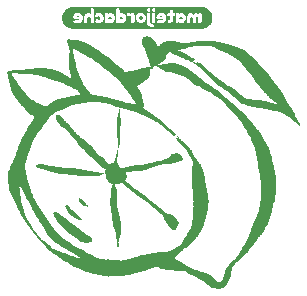
<source format=gbr>
%TF.GenerationSoftware,KiCad,Pcbnew,7.0.8*%
%TF.CreationDate,2023-10-22T22:03:06-04:00*%
%TF.ProjectId,lemon-pepper,6c656d6f-6e2d-4706-9570-7065722e6b69,rev?*%
%TF.SameCoordinates,Original*%
%TF.FileFunction,Legend,Bot*%
%TF.FilePolarity,Positive*%
%FSLAX46Y46*%
G04 Gerber Fmt 4.6, Leading zero omitted, Abs format (unit mm)*
G04 Created by KiCad (PCBNEW 7.0.8) date 2023-10-22 22:03:06*
%MOMM*%
%LPD*%
G01*
G04 APERTURE LIST*
G04 APERTURE END LIST*
%TO.C,G\u002A\u002A\u002A*%
G36*
X143631570Y-97496716D02*
G01*
X143608094Y-97503006D01*
X143601804Y-97479531D01*
X143625280Y-97473240D01*
X143631570Y-97496716D01*
G37*
G36*
X149258263Y-87132322D02*
G01*
X149234788Y-87138612D01*
X149228498Y-87115137D01*
X149251973Y-87108847D01*
X149258263Y-87132322D01*
G37*
G36*
X149327005Y-87013258D02*
G01*
X149303530Y-87019549D01*
X149297240Y-86996073D01*
X149320715Y-86989783D01*
X149327005Y-87013258D01*
G37*
G36*
X149312457Y-87150787D02*
G01*
X149309203Y-87181576D01*
X149297957Y-87196093D01*
X149277902Y-87189963D01*
X149276859Y-87183544D01*
X149300816Y-87150276D01*
X149312457Y-87150787D01*
G37*
G36*
X149508229Y-87059510D02*
G01*
X149514193Y-87101488D01*
X149509221Y-87108103D01*
X149467242Y-87114068D01*
X149460627Y-87109096D01*
X149454661Y-87067117D01*
X149459634Y-87060501D01*
X149501613Y-87054537D01*
X149508229Y-87059510D01*
G37*
G36*
X149416845Y-86967734D02*
G01*
X149427198Y-87011573D01*
X149425192Y-87025789D01*
X149396886Y-87033761D01*
X149388907Y-87027629D01*
X149382549Y-86985795D01*
X149386780Y-86979255D01*
X149412861Y-86963607D01*
X149416845Y-86967734D01*
G37*
G36*
X141266059Y-92340527D02*
G01*
X141373802Y-92409011D01*
X141497667Y-92513483D01*
X141628609Y-92648219D01*
X141641300Y-92662457D01*
X141738096Y-92768438D01*
X141824621Y-92859148D01*
X141883467Y-92916277D01*
X141892892Y-92924784D01*
X141933102Y-92980368D01*
X141914693Y-93011541D01*
X141843665Y-93015513D01*
X141726017Y-92989493D01*
X141570413Y-92933128D01*
X141401959Y-92849949D01*
X141266209Y-92758390D01*
X141180637Y-92668732D01*
X141130305Y-92559007D01*
X141111335Y-92435272D01*
X141134525Y-92335392D01*
X141135100Y-92334423D01*
X141183477Y-92313756D01*
X141266059Y-92340527D01*
G37*
G36*
X140043345Y-92869454D02*
G01*
X140113925Y-92917330D01*
X140227109Y-93009104D01*
X140383000Y-93143519D01*
X140560454Y-93302391D01*
X140745567Y-93473067D01*
X140924432Y-93642893D01*
X141083145Y-93799215D01*
X141198460Y-93918995D01*
X141298371Y-94035686D01*
X141343211Y-94112509D01*
X141331976Y-94151461D01*
X141263664Y-94154540D01*
X141137272Y-94123749D01*
X140951798Y-94061087D01*
X140931904Y-94053724D01*
X140801903Y-93995132D01*
X140677444Y-93916317D01*
X140542654Y-93805900D01*
X140381657Y-93652506D01*
X140358946Y-93629628D01*
X140196962Y-93448342D01*
X140073694Y-93276419D01*
X139993314Y-93121689D01*
X139959996Y-92991982D01*
X139977915Y-92895127D01*
X140003140Y-92865612D01*
X140043345Y-92869454D01*
G37*
G36*
X139149763Y-93460509D02*
G01*
X139222704Y-93489021D01*
X139330893Y-93551203D01*
X139367780Y-93574465D01*
X139496321Y-93661598D01*
X139674652Y-93788562D01*
X139899910Y-93953250D01*
X140169228Y-94153553D01*
X140479741Y-94387365D01*
X140828582Y-94652580D01*
X141018587Y-94797432D01*
X141260509Y-94981027D01*
X141468966Y-95138000D01*
X141656320Y-95277645D01*
X141834929Y-95409255D01*
X141949086Y-95497680D01*
X142093475Y-95628384D01*
X142194257Y-95745966D01*
X142245953Y-95843645D01*
X142243084Y-95914634D01*
X142208188Y-95946591D01*
X142118187Y-95993715D01*
X141997277Y-96040332D01*
X141866364Y-96079530D01*
X141746359Y-96104397D01*
X141658170Y-96108019D01*
X141603046Y-96095582D01*
X141492975Y-96060764D01*
X141371802Y-96014538D01*
X141326133Y-95994685D01*
X141097200Y-95876471D01*
X140847875Y-95722539D01*
X140597889Y-95546585D01*
X140366966Y-95362310D01*
X140174838Y-95183410D01*
X140133726Y-95140943D01*
X140024331Y-95027960D01*
X139926206Y-94926638D01*
X139903155Y-94902311D01*
X139822785Y-94814402D01*
X139713833Y-94692634D01*
X139587649Y-94549743D01*
X139455582Y-94398468D01*
X139291249Y-94203302D01*
X139140668Y-94006876D01*
X139035930Y-93844426D01*
X138973438Y-93710268D01*
X138949598Y-93598718D01*
X138949908Y-93555131D01*
X138973555Y-93509343D01*
X139043760Y-93474487D01*
X139090931Y-93460018D01*
X139149763Y-93460509D01*
G37*
G36*
X138061324Y-89452400D02*
G01*
X138338872Y-89490002D01*
X138674843Y-89547846D01*
X139067494Y-89625742D01*
X139162438Y-89643259D01*
X139352609Y-89671159D01*
X139577603Y-89698017D01*
X139816875Y-89721460D01*
X140049880Y-89739118D01*
X140066347Y-89740153D01*
X140450249Y-89766650D01*
X140777315Y-89794468D01*
X141058999Y-89824834D01*
X141306755Y-89858979D01*
X141532037Y-89898130D01*
X141680191Y-89925951D01*
X141902197Y-89966133D01*
X142169327Y-90013312D01*
X142469476Y-90065357D01*
X142790543Y-90120129D01*
X142894350Y-90134916D01*
X143026412Y-90146767D01*
X143124189Y-90147682D01*
X143204927Y-90146658D01*
X143241399Y-90164182D01*
X143212362Y-90202250D01*
X143117810Y-90260986D01*
X143085655Y-90278587D01*
X142987335Y-90333965D01*
X142915981Y-90376306D01*
X142849438Y-90404815D01*
X142701085Y-90434909D01*
X142494089Y-90452964D01*
X142233743Y-90459014D01*
X141925340Y-90453089D01*
X141574170Y-90435219D01*
X141185526Y-90405435D01*
X140764701Y-90363768D01*
X140621682Y-90348504D01*
X140363736Y-90322669D01*
X140116127Y-90299837D01*
X139898158Y-90281750D01*
X139729133Y-90270155D01*
X139635237Y-90262610D01*
X139440145Y-90236275D01*
X139250659Y-90199048D01*
X139098344Y-90156613D01*
X139043016Y-90139281D01*
X138919130Y-90106696D01*
X138786904Y-90077368D01*
X138759571Y-90071528D01*
X138621965Y-90035180D01*
X138458115Y-89984223D01*
X138297802Y-89927767D01*
X138258960Y-89913410D01*
X138094503Y-89858132D01*
X137933706Y-89811358D01*
X137806502Y-89781970D01*
X137792450Y-89779479D01*
X137665566Y-89754896D01*
X137586738Y-89732414D01*
X137537579Y-89705078D01*
X137499704Y-89665936D01*
X137483979Y-89610186D01*
X137516337Y-89534325D01*
X137594583Y-89464197D01*
X137596630Y-89462964D01*
X137688460Y-89438691D01*
X137843939Y-89435232D01*
X138061324Y-89452400D01*
G37*
G36*
X144564223Y-84799252D02*
G01*
X144579608Y-84829851D01*
X144597139Y-84910998D01*
X144611541Y-85019222D01*
X144620511Y-85131832D01*
X144621749Y-85226141D01*
X144612950Y-85279458D01*
X144604300Y-85299291D01*
X144605829Y-85345832D01*
X144613214Y-85361793D01*
X144628343Y-85439773D01*
X144638942Y-85558064D01*
X144643585Y-85696693D01*
X144640844Y-85835689D01*
X144640566Y-85841116D01*
X144635790Y-85966473D01*
X144631789Y-86125623D01*
X144629403Y-86285495D01*
X144629140Y-86311329D01*
X144626375Y-86452738D01*
X144622014Y-86572725D01*
X144616876Y-86647630D01*
X144616551Y-86650640D01*
X144613203Y-86721759D01*
X144611248Y-86843955D01*
X144610834Y-87000890D01*
X144612107Y-87176225D01*
X144612746Y-87263892D01*
X144609116Y-87455655D01*
X144595921Y-87606640D01*
X144570820Y-87736902D01*
X144531468Y-87866497D01*
X144489599Y-88011009D01*
X144454357Y-88183930D01*
X144438030Y-88333306D01*
X144431856Y-88439094D01*
X144418955Y-88555728D01*
X144403248Y-88631685D01*
X144378530Y-88712747D01*
X144336399Y-88907458D01*
X144313483Y-89100739D01*
X144312842Y-89118298D01*
X144335346Y-89247845D01*
X144411856Y-89385056D01*
X144445612Y-89435265D01*
X144514471Y-89554682D01*
X144561352Y-89658684D01*
X144569176Y-89680491D01*
X144602360Y-89758501D01*
X144627333Y-89796683D01*
X144628977Y-89797296D01*
X144676284Y-89791533D01*
X144768346Y-89768100D01*
X144886966Y-89731558D01*
X144929560Y-89718139D01*
X145090891Y-89673837D01*
X145277155Y-89629653D01*
X145456069Y-89593423D01*
X145502604Y-89585060D01*
X145661957Y-89557348D01*
X145788292Y-89538197D01*
X145907025Y-89524571D01*
X146043573Y-89513433D01*
X146223353Y-89501747D01*
X146343392Y-89488181D01*
X146510197Y-89460615D01*
X146699460Y-89423235D01*
X146888970Y-89380100D01*
X146976797Y-89358871D01*
X147192114Y-89308330D01*
X147438747Y-89251941D01*
X147692653Y-89195170D01*
X147929790Y-89143484D01*
X147978467Y-89132945D01*
X148219856Y-89076818D01*
X148404607Y-89026622D01*
X148528897Y-88983489D01*
X148588903Y-88948548D01*
X148661454Y-88866674D01*
X148781094Y-88737357D01*
X148880395Y-88637301D01*
X148942328Y-88583210D01*
X149571544Y-88583210D01*
X149577834Y-88606685D01*
X149601310Y-88600395D01*
X149595020Y-88576919D01*
X149571544Y-88583210D01*
X148942328Y-88583210D01*
X148947754Y-88578471D01*
X148954948Y-88574122D01*
X149028476Y-88551403D01*
X149144953Y-88532492D01*
X149282633Y-88521112D01*
X149287131Y-88520910D01*
X149429737Y-88517554D01*
X149524200Y-88525367D01*
X149590211Y-88548023D01*
X149647463Y-88589197D01*
X149650489Y-88591817D01*
X149733913Y-88658390D01*
X149806107Y-88707560D01*
X149832472Y-88733857D01*
X149848254Y-88749598D01*
X149828918Y-88805533D01*
X149808594Y-88856644D01*
X149846484Y-88893883D01*
X149882152Y-88922108D01*
X149916499Y-88993838D01*
X149920020Y-89043965D01*
X149906593Y-89093682D01*
X149868813Y-89082263D01*
X149841871Y-89077593D01*
X149805043Y-89122430D01*
X149775815Y-89162330D01*
X149706283Y-89176601D01*
X149696067Y-89175163D01*
X149615671Y-89186768D01*
X149521763Y-89224431D01*
X149511671Y-89229633D01*
X149392587Y-89274834D01*
X149232488Y-89317632D01*
X149056133Y-89352976D01*
X148888279Y-89375817D01*
X148753688Y-89381104D01*
X148677152Y-89380489D01*
X148465988Y-89397906D01*
X148216187Y-89438290D01*
X147944337Y-89497772D01*
X147667025Y-89572487D01*
X147400839Y-89658566D01*
X147162364Y-89752142D01*
X146973195Y-89824549D01*
X146679378Y-89909115D01*
X146362050Y-89974232D01*
X146046749Y-90013907D01*
X146013168Y-90016686D01*
X145832013Y-90032639D01*
X145649687Y-90049992D01*
X145501046Y-90065453D01*
X145380518Y-90078071D01*
X145244734Y-90090513D01*
X145145086Y-90097692D01*
X145123061Y-90099151D01*
X145062733Y-90109147D01*
X145054639Y-90122615D01*
X145073647Y-90148111D01*
X145108514Y-90224732D01*
X145145774Y-90330749D01*
X145176464Y-90437790D01*
X145179773Y-90472825D01*
X145183256Y-90509706D01*
X145161619Y-90568673D01*
X145108362Y-90641162D01*
X145072816Y-90686693D01*
X145037908Y-90744656D01*
X145042932Y-90785128D01*
X145085069Y-90831085D01*
X145108650Y-90853316D01*
X145272005Y-91006462D01*
X145401362Y-91125566D01*
X145510396Y-91222856D01*
X145612786Y-91310567D01*
X145722207Y-91400931D01*
X145724404Y-91402720D01*
X145874751Y-91517118D01*
X146048084Y-91637524D01*
X146207324Y-91738162D01*
X146402673Y-91865610D01*
X146645405Y-92047939D01*
X146924392Y-92277886D01*
X147235975Y-92552556D01*
X147253362Y-92568014D01*
X147364427Y-92659905D01*
X147511725Y-92774305D01*
X147678120Y-92898140D01*
X147846474Y-93018333D01*
X148008351Y-93133906D01*
X148153273Y-93244680D01*
X148248661Y-93327483D01*
X148289859Y-93378534D01*
X148308877Y-93409174D01*
X148382761Y-93475285D01*
X148486322Y-93540328D01*
X148595953Y-93590471D01*
X148688050Y-93611881D01*
X148688657Y-93611902D01*
X148770217Y-93633956D01*
X148886086Y-93688236D01*
X149017334Y-93763850D01*
X149145032Y-93849897D01*
X149250247Y-93935483D01*
X149318989Y-94008136D01*
X149411702Y-94120517D01*
X149500666Y-94240716D01*
X149564295Y-94340298D01*
X149610481Y-94444248D01*
X149604943Y-94504065D01*
X149547599Y-94519269D01*
X149516946Y-94521810D01*
X149527550Y-94553996D01*
X149529115Y-94556327D01*
X149538701Y-94611236D01*
X149511690Y-94652950D01*
X149465389Y-94653709D01*
X149441494Y-94649286D01*
X149411742Y-94682397D01*
X149376172Y-94770873D01*
X149360436Y-94816054D01*
X149321970Y-94913330D01*
X149284918Y-94965156D01*
X149234387Y-94986468D01*
X149155490Y-94992199D01*
X149076977Y-94986367D01*
X148979516Y-94950109D01*
X148878992Y-94874616D01*
X148766105Y-94752505D01*
X148631559Y-94576400D01*
X148616001Y-94554785D01*
X148474487Y-94348197D01*
X148379623Y-94187688D01*
X148329995Y-94070574D01*
X148324184Y-93994172D01*
X148324301Y-93993738D01*
X148311457Y-93912696D01*
X148238575Y-93805683D01*
X148108037Y-93675482D01*
X147922225Y-93524873D01*
X147913298Y-93518133D01*
X147762133Y-93397809D01*
X147600086Y-93259875D01*
X147460746Y-93132860D01*
X147085331Y-92798226D01*
X146636355Y-92447010D01*
X146133850Y-92097145D01*
X146011791Y-92016226D01*
X145858425Y-91913156D01*
X145730511Y-91825583D01*
X145638755Y-91760856D01*
X145593868Y-91726332D01*
X145578827Y-91712566D01*
X145512566Y-91654453D01*
X145415339Y-91570896D01*
X145302386Y-91475036D01*
X145274049Y-91450848D01*
X145140700Y-91330974D01*
X145012487Y-91207461D01*
X144913721Y-91103548D01*
X144865873Y-91050214D01*
X144794595Y-90980029D01*
X144743085Y-90948904D01*
X144696889Y-90946364D01*
X144655692Y-90959773D01*
X144603203Y-91001889D01*
X144558543Y-91046027D01*
X144464600Y-91096254D01*
X144356138Y-91130189D01*
X144263130Y-91136013D01*
X144203426Y-91132783D01*
X144165028Y-91146072D01*
X144168681Y-91178358D01*
X144193513Y-91258061D01*
X144234560Y-91363951D01*
X144264999Y-91453669D01*
X144304646Y-91641696D01*
X144330210Y-91863323D01*
X144339565Y-92097302D01*
X144330581Y-92322384D01*
X144330404Y-92324441D01*
X144327782Y-92447573D01*
X144334966Y-92604361D01*
X144350447Y-92761396D01*
X144353866Y-92788765D01*
X144365508Y-92918343D01*
X144367516Y-93020141D01*
X144359322Y-93074102D01*
X144351236Y-93097739D01*
X144368690Y-93139895D01*
X144387906Y-93169619D01*
X144419760Y-93257356D01*
X144457177Y-93388963D01*
X144496740Y-93551195D01*
X144535029Y-93730806D01*
X144568626Y-93914552D01*
X144584426Y-94006960D01*
X144613600Y-94168772D01*
X144640370Y-94308306D01*
X144673488Y-94520232D01*
X144692182Y-94744546D01*
X144696597Y-94965074D01*
X144686931Y-95165908D01*
X144663383Y-95331146D01*
X144626153Y-95444882D01*
X144601996Y-95505809D01*
X144568549Y-95612960D01*
X144534543Y-95739844D01*
X144534454Y-95740203D01*
X144502458Y-95858738D01*
X144472935Y-95949478D01*
X144452266Y-95992805D01*
X144448555Y-95998549D01*
X144447743Y-96054130D01*
X144469171Y-96139214D01*
X144488131Y-96241131D01*
X144467726Y-96363782D01*
X144464326Y-96371455D01*
X144427812Y-96433855D01*
X144399499Y-96451782D01*
X144388943Y-96421829D01*
X144374325Y-96335681D01*
X144358862Y-96207925D01*
X144344534Y-96052934D01*
X144322591Y-95868075D01*
X144278198Y-95613670D01*
X144216219Y-95326831D01*
X144140026Y-95024517D01*
X144094491Y-94848634D01*
X144035890Y-94601890D01*
X143983470Y-94359108D01*
X143941635Y-94140950D01*
X143914793Y-93968079D01*
X143896617Y-93823528D01*
X143871406Y-93626053D01*
X143847829Y-93444400D01*
X143829264Y-93304772D01*
X143810577Y-93166411D01*
X143788825Y-93003732D01*
X143771320Y-92871168D01*
X143764411Y-92785364D01*
X143762568Y-92618560D01*
X143769226Y-92415190D01*
X143783051Y-92190297D01*
X143802714Y-91958923D01*
X143826882Y-91736113D01*
X143854222Y-91536910D01*
X143883405Y-91376357D01*
X143913099Y-91269496D01*
X143963993Y-91140128D01*
X143773125Y-91025063D01*
X143714032Y-90987819D01*
X143606121Y-90903283D01*
X143556699Y-90830656D01*
X143533295Y-90777101D01*
X143496277Y-90731185D01*
X143485664Y-90722787D01*
X143478599Y-90681291D01*
X143477424Y-90657545D01*
X143436252Y-90617153D01*
X143404877Y-90591589D01*
X143393925Y-90552984D01*
X143396708Y-90528043D01*
X143386328Y-90450400D01*
X143373918Y-90398187D01*
X145004668Y-90398187D01*
X145010932Y-90408013D01*
X145035969Y-90389800D01*
X145042918Y-90372802D01*
X145027582Y-90358499D01*
X145021501Y-90360806D01*
X145004668Y-90398187D01*
X143373918Y-90398187D01*
X143361446Y-90345715D01*
X143324941Y-90196556D01*
X143305567Y-90055757D01*
X143314354Y-89966677D01*
X143351436Y-89934752D01*
X143359552Y-89934245D01*
X143390376Y-89914668D01*
X143367866Y-89873065D01*
X143299133Y-89817395D01*
X143191295Y-89755613D01*
X143154259Y-89734652D01*
X143036230Y-89647543D01*
X142903025Y-89528402D01*
X142772276Y-89394815D01*
X142661620Y-89264371D01*
X142588693Y-89154657D01*
X142560453Y-89118902D01*
X142483263Y-89045913D01*
X142373380Y-88954733D01*
X142244492Y-88857190D01*
X142148388Y-88785646D01*
X141946540Y-88622565D01*
X141761573Y-88456628D01*
X141607429Y-88300712D01*
X141498045Y-88167692D01*
X141482132Y-88146281D01*
X141404331Y-88055984D01*
X141315192Y-87966715D01*
X141310842Y-87962710D01*
X141202016Y-87853427D01*
X141063569Y-87701020D01*
X140905918Y-87517299D01*
X140739483Y-87314077D01*
X140600543Y-87145983D01*
X140336130Y-86850102D01*
X140063722Y-86572360D01*
X139803574Y-86333968D01*
X139709300Y-86251484D01*
X139529048Y-86077564D01*
X139391358Y-85914249D01*
X139283902Y-85745803D01*
X139194350Y-85556495D01*
X139162273Y-85471422D01*
X139138929Y-85365819D01*
X139154381Y-85304420D01*
X139221615Y-85251725D01*
X139335022Y-85225719D01*
X139450415Y-85254073D01*
X139462377Y-85260639D01*
X139563883Y-85327565D01*
X139669048Y-85412255D01*
X139762750Y-85500600D01*
X139829866Y-85578491D01*
X139855275Y-85631816D01*
X139870114Y-85677682D01*
X139925652Y-85732776D01*
X139970329Y-85767300D01*
X139998042Y-85814257D01*
X139999326Y-85820645D01*
X140036560Y-85866526D01*
X140108901Y-85918453D01*
X140163662Y-85959922D01*
X140255135Y-86055404D01*
X140342559Y-86172419D01*
X140408536Y-86265692D01*
X140482275Y-86354060D01*
X140537975Y-86403804D01*
X140554982Y-86415429D01*
X140623655Y-86482567D01*
X140691704Y-86571935D01*
X140712735Y-86603071D01*
X140773559Y-86681340D01*
X140819860Y-86725302D01*
X140839058Y-86745124D01*
X140837812Y-86800058D01*
X140827584Y-86832871D01*
X140864696Y-86839420D01*
X140866111Y-86839201D01*
X140942712Y-86856175D01*
X141040252Y-86928919D01*
X141163001Y-87060599D01*
X141202533Y-87102975D01*
X141313703Y-87200410D01*
X141431512Y-87282938D01*
X141493554Y-87322944D01*
X141610928Y-87407747D01*
X141739753Y-87508432D01*
X141863086Y-87611177D01*
X141963983Y-87702156D01*
X142025501Y-87767548D01*
X142041741Y-87787210D01*
X142100820Y-87843316D01*
X142121175Y-87862314D01*
X142182362Y-87928140D01*
X142268578Y-88025691D01*
X142368479Y-88141625D01*
X142470720Y-88262596D01*
X142563958Y-88375261D01*
X142636849Y-88466275D01*
X142678046Y-88522295D01*
X142678839Y-88523496D01*
X142723417Y-88568832D01*
X142811320Y-88643196D01*
X142930185Y-88736547D01*
X143067653Y-88838841D01*
X143203249Y-88938949D01*
X143324576Y-89035654D01*
X143414884Y-89120146D01*
X143488661Y-89206211D01*
X143560394Y-89307632D01*
X143703409Y-89522876D01*
X143774773Y-89435430D01*
X143779312Y-89430075D01*
X143865537Y-89359912D01*
X143970152Y-89309685D01*
X143989993Y-89303299D01*
X144069123Y-89271967D01*
X144108570Y-89246440D01*
X144121318Y-89209031D01*
X144146960Y-89116319D01*
X144181316Y-88983565D01*
X144220927Y-88824996D01*
X144262337Y-88654835D01*
X144302088Y-88487307D01*
X144336724Y-88336637D01*
X144362786Y-88217048D01*
X144376818Y-88142766D01*
X144383082Y-88101196D01*
X144403481Y-87973146D01*
X144425650Y-87840994D01*
X144430268Y-87803094D01*
X144432427Y-87670109D01*
X144421721Y-87507402D01*
X144399554Y-87341901D01*
X144390414Y-87286567D01*
X144366097Y-87109684D01*
X144348876Y-86939492D01*
X144342012Y-86806335D01*
X144341541Y-86694932D01*
X144342223Y-86371179D01*
X144345941Y-86080147D01*
X144352467Y-85829036D01*
X144361576Y-85625042D01*
X144373040Y-85475367D01*
X144386634Y-85387208D01*
X144402976Y-85322203D01*
X144434068Y-85188206D01*
X144463781Y-85050095D01*
X144492030Y-84921115D01*
X144516877Y-84836024D01*
X144539546Y-84798888D01*
X144564223Y-84799252D01*
G37*
G36*
X146891443Y-78579423D02*
G01*
X146975045Y-78608220D01*
X147079218Y-78637905D01*
X147224243Y-78687939D01*
X147409972Y-78806249D01*
X147563936Y-78982411D01*
X147611731Y-79056449D01*
X147653254Y-79131756D01*
X147664349Y-79169382D01*
X147663506Y-79176632D01*
X147683690Y-79228069D01*
X147730256Y-79304434D01*
X147748997Y-79330194D01*
X147816534Y-79391988D01*
X147876632Y-79387348D01*
X147935900Y-79316665D01*
X147954747Y-79292661D01*
X148004722Y-79265416D01*
X148014819Y-79263546D01*
X148076345Y-79234794D01*
X148157561Y-79182641D01*
X148164068Y-79178126D01*
X148270704Y-79124245D01*
X148422411Y-79069904D01*
X148597757Y-79021129D01*
X148775315Y-78983947D01*
X148933655Y-78964384D01*
X148975687Y-78964802D01*
X149096736Y-78979076D01*
X149248552Y-79007858D01*
X149407984Y-79047112D01*
X149488381Y-79068880D01*
X149643985Y-79108253D01*
X149778368Y-79138900D01*
X149869149Y-79155556D01*
X149874551Y-79156221D01*
X149999046Y-79162393D01*
X150156759Y-79158690D01*
X150322216Y-79146896D01*
X150469939Y-79128795D01*
X150574451Y-79106168D01*
X150645851Y-79090060D01*
X150697203Y-79092838D01*
X150716096Y-79095888D01*
X150788703Y-79087541D01*
X150888803Y-79063961D01*
X150954662Y-79049237D01*
X151103834Y-79031500D01*
X151249965Y-79029656D01*
X151267997Y-79030523D01*
X151389086Y-79032003D01*
X151555126Y-79029495D01*
X151746613Y-79023430D01*
X151944036Y-79014244D01*
X152013752Y-79010652D01*
X152185352Y-79003791D01*
X152328153Y-79000880D01*
X152428886Y-79002086D01*
X152474289Y-79007576D01*
X152503593Y-79018463D01*
X152578319Y-79028354D01*
X152601499Y-79029184D01*
X152700897Y-79039011D01*
X152831200Y-79057212D01*
X152972586Y-79080393D01*
X153105232Y-79105162D01*
X153209319Y-79128126D01*
X153265023Y-79145893D01*
X153265602Y-79146213D01*
X153318973Y-79166865D01*
X153423412Y-79200919D01*
X153564083Y-79243718D01*
X153726147Y-79290609D01*
X153748538Y-79296953D01*
X154246204Y-79451585D01*
X154678946Y-79614350D01*
X155050128Y-79786807D01*
X155363115Y-79970509D01*
X155621274Y-80167016D01*
X155691914Y-80229706D01*
X155841945Y-80367019D01*
X155986036Y-80503842D01*
X156112742Y-80628980D01*
X156210609Y-80731242D01*
X156268191Y-80799434D01*
X156302038Y-80841251D01*
X156374479Y-80921741D01*
X156462197Y-81013337D01*
X156529981Y-81084016D01*
X156617992Y-81181410D01*
X156679311Y-81255958D01*
X156697135Y-81278842D01*
X156766022Y-81360609D01*
X156860757Y-81467926D01*
X156966355Y-81583682D01*
X157016392Y-81638584D01*
X157108458Y-81745177D01*
X157176886Y-81831951D01*
X157209655Y-81884060D01*
X157246011Y-81946693D01*
X157309504Y-82020455D01*
X157335026Y-82047097D01*
X157408125Y-82136616D01*
X157480774Y-82239367D01*
X157537246Y-82319909D01*
X157632660Y-82443342D01*
X157731659Y-82560978D01*
X157810559Y-82652124D01*
X157905276Y-82766766D01*
X157976495Y-82858697D01*
X157993616Y-82882240D01*
X158064045Y-82979009D01*
X158120378Y-83056303D01*
X158161808Y-83117261D01*
X158203106Y-83187981D01*
X158222060Y-83220934D01*
X158273347Y-83292111D01*
X158328508Y-83355907D01*
X158366883Y-83387190D01*
X158385118Y-83408414D01*
X158420433Y-83492624D01*
X158468512Y-83642336D01*
X158471339Y-83651647D01*
X158531704Y-83814006D01*
X158612194Y-83985894D01*
X158699938Y-84142065D01*
X158782063Y-84257272D01*
X158808568Y-84288141D01*
X158880034Y-84374767D01*
X158929308Y-84439227D01*
X158934842Y-84447066D01*
X158982955Y-84512402D01*
X159056738Y-84610322D01*
X159142627Y-84722791D01*
X159272785Y-84902254D01*
X159373390Y-85070262D01*
X159421817Y-85198188D01*
X159418833Y-85287603D01*
X159413800Y-85302984D01*
X159416399Y-85358696D01*
X159455094Y-85430904D01*
X159537097Y-85534669D01*
X159602710Y-85618599D01*
X159689479Y-85749137D01*
X159765864Y-85884171D01*
X159824284Y-86008729D01*
X159857164Y-86107836D01*
X159856921Y-86166520D01*
X159843405Y-86166717D01*
X159784566Y-86135584D01*
X159688671Y-86071180D01*
X159565271Y-85980604D01*
X159423919Y-85870957D01*
X159274162Y-85749338D01*
X159125555Y-85622848D01*
X159049349Y-85557441D01*
X158878207Y-85422834D01*
X158705687Y-85308917D01*
X158500056Y-85193930D01*
X158390465Y-85137169D01*
X158266071Y-85078126D01*
X158150017Y-85032828D01*
X158023273Y-84994980D01*
X157866809Y-84958281D01*
X157661595Y-84916433D01*
X157608357Y-84905853D01*
X157413272Y-84865787D01*
X157230312Y-84826389D01*
X157077949Y-84791708D01*
X156974651Y-84765794D01*
X156943961Y-84757773D01*
X156791782Y-84725777D01*
X156599925Y-84693661D01*
X156391279Y-84664687D01*
X156188730Y-84642109D01*
X156015168Y-84629189D01*
X156004541Y-84628391D01*
X155909496Y-84611153D01*
X155768460Y-84575958D01*
X155597221Y-84527727D01*
X155411572Y-84471377D01*
X155227301Y-84411832D01*
X155060196Y-84354010D01*
X154926049Y-84302831D01*
X154840650Y-84263215D01*
X154829653Y-84256148D01*
X154761165Y-84201790D01*
X154659392Y-84111981D01*
X154536186Y-83997409D01*
X154403399Y-83868768D01*
X154240265Y-83712102D01*
X154060209Y-83554536D01*
X153872405Y-83410048D01*
X153649954Y-83256793D01*
X153637816Y-83248734D01*
X153462505Y-83130421D01*
X153284262Y-83007070D01*
X153123297Y-82892822D01*
X152999813Y-82801816D01*
X152904142Y-82725310D01*
X152766229Y-82607717D01*
X152610528Y-82469345D01*
X152447007Y-82319586D01*
X152285635Y-82167833D01*
X152136377Y-82023480D01*
X152009207Y-81895919D01*
X151914088Y-81794543D01*
X151860993Y-81728745D01*
X151839498Y-81697956D01*
X151742089Y-81584867D01*
X151610038Y-81454791D01*
X151460616Y-81323205D01*
X151311101Y-81205586D01*
X151178761Y-81117413D01*
X151164228Y-81108973D01*
X150968842Y-80987876D01*
X150835043Y-80888386D01*
X150763770Y-80811307D01*
X150755966Y-80757440D01*
X150773656Y-80738322D01*
X150821319Y-80738557D01*
X150905533Y-80780849D01*
X150974733Y-80817449D01*
X151037678Y-80828591D01*
X151091835Y-80800171D01*
X151119375Y-80780813D01*
X151156578Y-80772127D01*
X151209049Y-80785876D01*
X151291315Y-80826423D01*
X151417903Y-80898134D01*
X151463379Y-80924844D01*
X151588505Y-81005559D01*
X151700571Y-81093156D01*
X151818245Y-81203234D01*
X151960189Y-81351394D01*
X152051783Y-81446117D01*
X152209153Y-81597036D01*
X152368511Y-81738344D01*
X152506483Y-81848756D01*
X152574023Y-81899160D01*
X152736385Y-82024041D01*
X152909777Y-82161219D01*
X153066600Y-82288999D01*
X153115143Y-82328461D01*
X153314233Y-82477994D01*
X153541382Y-82633631D01*
X153770240Y-82777095D01*
X153778919Y-82782265D01*
X154014979Y-82931793D01*
X154258133Y-83100863D01*
X154491361Y-83276663D01*
X154697639Y-83446383D01*
X154859944Y-83597210D01*
X154978141Y-83695427D01*
X155139935Y-83793688D01*
X155315897Y-83874024D01*
X155484572Y-83926756D01*
X155624506Y-83942202D01*
X155658100Y-83941366D01*
X155702263Y-83945007D01*
X155708499Y-83946269D01*
X155766744Y-83952903D01*
X155870758Y-83962479D01*
X156003386Y-83973379D01*
X156218703Y-83992283D01*
X156508708Y-84024903D01*
X156766530Y-84062457D01*
X156983031Y-84103373D01*
X157149075Y-84146075D01*
X157255528Y-84188991D01*
X157264780Y-84193708D01*
X157340803Y-84221245D01*
X157458104Y-84254936D01*
X157595410Y-84288549D01*
X157621869Y-84294586D01*
X157763398Y-84329774D01*
X157885542Y-84364512D01*
X157964334Y-84392074D01*
X157980255Y-84391535D01*
X157949669Y-84355051D01*
X157875251Y-84286729D01*
X157762394Y-84191911D01*
X157706294Y-84146133D01*
X157531468Y-84003159D01*
X157399125Y-83894030D01*
X157300688Y-83811320D01*
X157227581Y-83747600D01*
X157171231Y-83695445D01*
X157123059Y-83647424D01*
X157074492Y-83596113D01*
X156992071Y-83508768D01*
X156880950Y-83392745D01*
X156770347Y-83278669D01*
X156757972Y-83265958D01*
X156668589Y-83171259D01*
X156599837Y-83093614D01*
X156565732Y-83048769D01*
X156555528Y-83030343D01*
X156529629Y-82993158D01*
X156513148Y-82975159D01*
X156470768Y-82923254D01*
X156465252Y-82916242D01*
X156415717Y-82853668D01*
X156340110Y-82758498D01*
X156252438Y-82648369D01*
X156218845Y-82606193D01*
X156112078Y-82471603D01*
X156037824Y-82376571D01*
X155987644Y-82309959D01*
X155953096Y-82260638D01*
X155925739Y-82217475D01*
X155845344Y-82088298D01*
X155756063Y-81951548D01*
X155675489Y-81834467D01*
X155612614Y-81750082D01*
X155576431Y-81711422D01*
X155545601Y-81682360D01*
X155485545Y-81610359D01*
X155414120Y-81514716D01*
X155379660Y-81466880D01*
X155281756Y-81337149D01*
X155192573Y-81227166D01*
X155122301Y-81149149D01*
X155081127Y-81115320D01*
X155047781Y-81093325D01*
X154986007Y-81035191D01*
X154925347Y-80966908D01*
X154889759Y-80913711D01*
X154875651Y-80889547D01*
X154810998Y-80815466D01*
X154711365Y-80721152D01*
X154591469Y-80619385D01*
X154466023Y-80522946D01*
X154349738Y-80444618D01*
X154253694Y-80388186D01*
X154080042Y-80291128D01*
X153870851Y-80178008D01*
X153641344Y-80056762D01*
X153406738Y-79935328D01*
X153182255Y-79821643D01*
X152983114Y-79723643D01*
X152824537Y-79649267D01*
X152809251Y-79642443D01*
X152515269Y-79530375D01*
X152230400Y-79456304D01*
X151974474Y-79425452D01*
X151962756Y-79425077D01*
X151662242Y-79415880D01*
X151420845Y-79409874D01*
X151229315Y-79407557D01*
X151078402Y-79409426D01*
X150958857Y-79415981D01*
X150861431Y-79427722D01*
X150776874Y-79445145D01*
X150695937Y-79468750D01*
X150609372Y-79499036D01*
X150456993Y-79550803D01*
X150264256Y-79609293D01*
X150061397Y-79665353D01*
X149867213Y-79714044D01*
X149700499Y-79750425D01*
X149580051Y-79769558D01*
X149474925Y-79779788D01*
X149606512Y-79834545D01*
X149610898Y-79836383D01*
X149715526Y-79884390D01*
X149857952Y-79955085D01*
X150025786Y-80041751D01*
X150206639Y-80137670D01*
X150388116Y-80236123D01*
X150557829Y-80330394D01*
X150703388Y-80413762D01*
X150812402Y-80479512D01*
X150872479Y-80520925D01*
X150903286Y-80549307D01*
X150946309Y-80607777D01*
X150934521Y-80637521D01*
X150868182Y-80631818D01*
X150815832Y-80632295D01*
X150755694Y-80689170D01*
X150736475Y-80717068D01*
X150680444Y-80754299D01*
X150600215Y-80752506D01*
X150486066Y-80710252D01*
X150328272Y-80626106D01*
X150316318Y-80619353D01*
X150216919Y-80568216D01*
X150073421Y-80499592D01*
X149897650Y-80418643D01*
X149701435Y-80330530D01*
X149496601Y-80240415D01*
X149294976Y-80153457D01*
X149108386Y-80074819D01*
X148948657Y-80009662D01*
X148827617Y-79963146D01*
X148757090Y-79940434D01*
X148712955Y-79944948D01*
X148665760Y-79988763D01*
X148604666Y-80084145D01*
X148575606Y-80138241D01*
X148522725Y-80257443D01*
X148491993Y-80356290D01*
X148480716Y-80400263D01*
X148453168Y-80456854D01*
X148402425Y-80521833D01*
X148318729Y-80607207D01*
X148192322Y-80724984D01*
X148143950Y-80768634D01*
X148010726Y-80880835D01*
X147936094Y-80931718D01*
X147919536Y-80943008D01*
X147871804Y-80954133D01*
X147869414Y-80952772D01*
X147839362Y-80947722D01*
X147840360Y-80995511D01*
X147842501Y-81007088D01*
X147867013Y-81064656D01*
X147916180Y-81071750D01*
X148003933Y-81031430D01*
X148043617Y-81012947D01*
X148159315Y-80977405D01*
X148286041Y-80955302D01*
X148385368Y-80943485D01*
X148543036Y-80920597D01*
X148696450Y-80894639D01*
X148884197Y-80874386D01*
X149194387Y-80893820D01*
X149534107Y-80973275D01*
X149901734Y-81112327D01*
X150295645Y-81310555D01*
X150302688Y-81314500D01*
X150487845Y-81419931D01*
X150628742Y-81506081D01*
X150741441Y-81585239D01*
X150842007Y-81669692D01*
X150946502Y-81771727D01*
X151070990Y-81903631D01*
X151186690Y-82018601D01*
X151373877Y-82173118D01*
X151610004Y-82337202D01*
X151714541Y-82405826D01*
X151904219Y-82532317D01*
X152093156Y-82660329D01*
X152252768Y-82770588D01*
X152318453Y-82816465D01*
X152482739Y-82930047D01*
X152645282Y-83041094D01*
X152778914Y-83130994D01*
X152859882Y-83187115D01*
X152960737Y-83263460D01*
X153076272Y-83358030D01*
X153213367Y-83476808D01*
X153378904Y-83625771D01*
X153579764Y-83810900D01*
X153822827Y-84038175D01*
X153896195Y-84105392D01*
X154041128Y-84232831D01*
X154202230Y-84369740D01*
X154356246Y-84496151D01*
X154474717Y-84592615D01*
X154581235Y-84682248D01*
X154656626Y-84749006D01*
X154689462Y-84783046D01*
X154702759Y-84799849D01*
X154759999Y-84853861D01*
X154842073Y-84921179D01*
X154872045Y-84944991D01*
X154987038Y-85044092D01*
X155089071Y-85141638D01*
X155143061Y-85197254D01*
X155247985Y-85304736D01*
X155352081Y-85410811D01*
X155417058Y-85479669D01*
X155514741Y-85592134D01*
X155588968Y-85687924D01*
X155652269Y-85771749D01*
X155745908Y-85885835D01*
X155845480Y-85999791D01*
X155856054Y-86011498D01*
X155937267Y-86104655D01*
X155995659Y-86177261D01*
X156019203Y-86214453D01*
X156022649Y-86223219D01*
X156059536Y-86275364D01*
X156123449Y-86351651D01*
X156197999Y-86433802D01*
X156266797Y-86503545D01*
X156313459Y-86542603D01*
X156326134Y-86554636D01*
X156372187Y-86616885D01*
X156436975Y-86717298D01*
X156510715Y-86841073D01*
X156526191Y-86867899D01*
X156623075Y-87032062D01*
X156726148Y-87201753D01*
X156815553Y-87344202D01*
X156877460Y-87443235D01*
X157050859Y-87767597D01*
X157176992Y-88093002D01*
X157197097Y-88154880D01*
X157249520Y-88309812D01*
X157300858Y-88454914D01*
X157308545Y-88476383D01*
X157360443Y-88636237D01*
X157420781Y-88841763D01*
X157484627Y-89074533D01*
X157547050Y-89316120D01*
X157603122Y-89548098D01*
X157647913Y-89752039D01*
X157659209Y-89807138D01*
X157689690Y-89953502D01*
X157716011Y-90076808D01*
X157733462Y-90154892D01*
X157787577Y-90443319D01*
X157817850Y-90754929D01*
X157817368Y-91040551D01*
X157814582Y-91089654D01*
X157811435Y-91214736D01*
X157815019Y-91305176D01*
X157824911Y-91344052D01*
X157834126Y-91360823D01*
X157820098Y-91412939D01*
X157814305Y-91426300D01*
X157802027Y-91505956D01*
X157805062Y-91608857D01*
X157808091Y-91659240D01*
X157802574Y-91795331D01*
X157783088Y-91931307D01*
X157771463Y-91990946D01*
X157749468Y-92130543D01*
X157737129Y-92247874D01*
X157733244Y-92288222D01*
X157709517Y-92418838D01*
X157673943Y-92548741D01*
X157640156Y-92651260D01*
X157574643Y-92861838D01*
X157522605Y-93045909D01*
X157487506Y-93190818D01*
X157472805Y-93283912D01*
X157472096Y-93295793D01*
X157442643Y-93499601D01*
X157382214Y-93739987D01*
X157297208Y-93997424D01*
X157194024Y-94252386D01*
X157079061Y-94485350D01*
X156976234Y-94671738D01*
X156855946Y-94888504D01*
X156760881Y-95057192D01*
X156686543Y-95184994D01*
X156628441Y-95279099D01*
X156582081Y-95346701D01*
X156542968Y-95394990D01*
X156506609Y-95431158D01*
X156468509Y-95462394D01*
X156452578Y-95474816D01*
X156403551Y-95516144D01*
X156354976Y-95564375D01*
X156300337Y-95627833D01*
X156233117Y-95714845D01*
X156146801Y-95833733D01*
X156034873Y-95992822D01*
X155890817Y-96200438D01*
X155702551Y-96465776D01*
X155540980Y-96678878D01*
X155408799Y-96836174D01*
X155307799Y-96935407D01*
X155291228Y-96949320D01*
X155198276Y-97033285D01*
X155068098Y-97157207D01*
X154908836Y-97313241D01*
X154728628Y-97493544D01*
X154663128Y-97558025D01*
X154566600Y-97646547D01*
X154493049Y-97705854D01*
X154454651Y-97725629D01*
X154429042Y-97730937D01*
X154384992Y-97775166D01*
X154362455Y-97805047D01*
X154329442Y-97819163D01*
X154325554Y-97819384D01*
X154292882Y-97854016D01*
X154239732Y-97932397D01*
X154175505Y-98040984D01*
X154153112Y-98081697D01*
X154084238Y-98224878D01*
X154044506Y-98353344D01*
X154023362Y-98498854D01*
X154010542Y-98608017D01*
X153989662Y-98733599D01*
X153968049Y-98820994D01*
X153946157Y-98902509D01*
X153945725Y-98907325D01*
X153940261Y-98968187D01*
X153930311Y-99007521D01*
X153892494Y-99096154D01*
X153832777Y-99217971D01*
X153757732Y-99358903D01*
X153709449Y-99445886D01*
X153637362Y-99570294D01*
X153578635Y-99657442D01*
X153520822Y-99722541D01*
X153451486Y-99780808D01*
X153358179Y-99847456D01*
X153297420Y-99888257D01*
X153185700Y-99950697D01*
X153078782Y-99984916D01*
X152958985Y-99993104D01*
X152808624Y-99977453D01*
X152610017Y-99940155D01*
X152325598Y-99881197D01*
X152084582Y-99657753D01*
X152050622Y-99626412D01*
X151978827Y-99562240D01*
X151909769Y-99505746D01*
X151834354Y-99451288D01*
X151743485Y-99393224D01*
X151628065Y-99325912D01*
X151478997Y-99243712D01*
X151287187Y-99140979D01*
X151043537Y-99012074D01*
X150847939Y-98908098D01*
X150644447Y-98798253D01*
X150466135Y-98700241D01*
X150321950Y-98619039D01*
X150220842Y-98559626D01*
X150171756Y-98526980D01*
X150152616Y-98512392D01*
X150056033Y-98476476D01*
X149908739Y-98466978D01*
X149836688Y-98467260D01*
X149705597Y-98464469D01*
X149605031Y-98458361D01*
X149508806Y-98450921D01*
X149431870Y-98448949D01*
X149405227Y-98448788D01*
X149314394Y-98443910D01*
X149202063Y-98434536D01*
X149111778Y-98425953D01*
X148957929Y-98411825D01*
X148806237Y-98398341D01*
X148707069Y-98389423D01*
X148548983Y-98372877D01*
X148440194Y-98356818D01*
X148367703Y-98339092D01*
X148318518Y-98317549D01*
X148288649Y-98305262D01*
X148197922Y-98282399D01*
X148084447Y-98264146D01*
X147973165Y-98245822D01*
X147900806Y-98216539D01*
X147852386Y-98167672D01*
X147830017Y-98140625D01*
X147793381Y-98119734D01*
X147736005Y-98117516D01*
X147642767Y-98134042D01*
X147498554Y-98169387D01*
X147456705Y-98180369D01*
X147297130Y-98226196D01*
X147149737Y-98273888D01*
X147041911Y-98314726D01*
X146880983Y-98380670D01*
X146583412Y-98486695D01*
X146257378Y-98587317D01*
X145925380Y-98676228D01*
X145609920Y-98747118D01*
X145333497Y-98793681D01*
X145244017Y-98806135D01*
X145115693Y-98827504D01*
X145024598Y-98847267D01*
X144986270Y-98862349D01*
X144968165Y-98874543D01*
X144907953Y-98877700D01*
X144841471Y-98880411D01*
X144750595Y-98904668D01*
X144674656Y-98923480D01*
X144614275Y-98917371D01*
X144594161Y-98909476D01*
X144555759Y-98920601D01*
X144533194Y-98933902D01*
X144469951Y-98933030D01*
X144407679Y-98927168D01*
X144297495Y-98925784D01*
X144167621Y-98929827D01*
X144047895Y-98934075D01*
X143991915Y-98933787D01*
X143955531Y-98933600D01*
X143911683Y-98928453D01*
X143892135Y-98923827D01*
X143844052Y-98929094D01*
X143829606Y-98930676D01*
X143796775Y-98935459D01*
X143732221Y-98924060D01*
X143715803Y-98917727D01*
X143676340Y-98931485D01*
X143671326Y-98938471D01*
X143639558Y-98943637D01*
X143612826Y-98929412D01*
X143542078Y-98912934D01*
X143422165Y-98897849D01*
X143243310Y-98882650D01*
X143129243Y-98869303D01*
X142961862Y-98837443D01*
X142819793Y-98797714D01*
X142737186Y-98771657D01*
X142618261Y-98744081D01*
X142531395Y-98735649D01*
X142524695Y-98735929D01*
X142420822Y-98727352D01*
X142308892Y-98702179D01*
X142272841Y-98691296D01*
X142160081Y-98659021D01*
X142014082Y-98618653D01*
X141859386Y-98577006D01*
X141857246Y-98576430D01*
X141763399Y-98549208D01*
X141566396Y-98482695D01*
X141358145Y-98403108D01*
X141170547Y-98322255D01*
X141037148Y-98260504D01*
X140913351Y-98203901D01*
X140824918Y-98164274D01*
X140785295Y-98147714D01*
X140764928Y-98139137D01*
X140687833Y-98097977D01*
X140568711Y-98029475D01*
X140417898Y-97939988D01*
X140245726Y-97835877D01*
X140062532Y-97723500D01*
X139878648Y-97609216D01*
X139704411Y-97499385D01*
X139550154Y-97400364D01*
X139517997Y-97379128D01*
X141159431Y-97379128D01*
X141165721Y-97402603D01*
X141189197Y-97396313D01*
X141182906Y-97372837D01*
X141159431Y-97379128D01*
X139517997Y-97379128D01*
X139426212Y-97318515D01*
X139342919Y-97260194D01*
X139315712Y-97239950D01*
X139171262Y-97134162D01*
X139026154Y-97030163D01*
X138908088Y-96947850D01*
X138901717Y-96943324D01*
X139029765Y-96943324D01*
X139036056Y-96966799D01*
X139059531Y-96960509D01*
X139053241Y-96937033D01*
X139029765Y-96943324D01*
X138901717Y-96943324D01*
X138822869Y-96887307D01*
X138695787Y-96789796D01*
X138593010Y-96703055D01*
X138563554Y-96674412D01*
X138479284Y-96585708D01*
X138363734Y-96458964D01*
X138224618Y-96303104D01*
X138069652Y-96127053D01*
X137906549Y-95939734D01*
X137743024Y-95750073D01*
X137586792Y-95566994D01*
X137445567Y-95399420D01*
X137327065Y-95256276D01*
X137238998Y-95146487D01*
X137189082Y-95078977D01*
X137175959Y-95059273D01*
X137092323Y-94945065D01*
X137007732Y-94843152D01*
X136958317Y-94785930D01*
X136836638Y-94628599D01*
X136694994Y-94428795D01*
X136541270Y-94199004D01*
X136383354Y-93951718D01*
X136229130Y-93699422D01*
X136086483Y-93454605D01*
X135963301Y-93229756D01*
X135867468Y-93037363D01*
X135836898Y-92971820D01*
X135766875Y-92823602D01*
X135680879Y-92643083D01*
X135587765Y-92448724D01*
X135496383Y-92258982D01*
X135415587Y-92092316D01*
X135354229Y-91967185D01*
X135352871Y-91964398D01*
X135319243Y-91878219D01*
X135275844Y-91743839D01*
X135228126Y-91579111D01*
X135181545Y-91401891D01*
X135148652Y-91259752D01*
X135147029Y-91249307D01*
X136069468Y-91249307D01*
X136075034Y-91345083D01*
X136090695Y-91496393D01*
X136116748Y-91709420D01*
X136118400Y-91722625D01*
X136133555Y-91859381D01*
X136149784Y-92027277D01*
X136163843Y-92193022D01*
X136171025Y-92275549D01*
X136205937Y-92536273D01*
X136261898Y-92795985D01*
X136343772Y-93074616D01*
X136456421Y-93392097D01*
X136462517Y-93408229D01*
X136560567Y-93660949D01*
X136645356Y-93863359D01*
X136723675Y-94029960D01*
X136802314Y-94175251D01*
X136888067Y-94313734D01*
X136943102Y-94401620D01*
X137029511Y-94549308D01*
X137106792Y-94691049D01*
X137108030Y-94693434D01*
X137162825Y-94796597D01*
X137204254Y-94869963D01*
X137223431Y-94897787D01*
X137238987Y-94913385D01*
X137285263Y-94971229D01*
X137349696Y-95057168D01*
X137366706Y-95079867D01*
X137455688Y-95190391D01*
X137567260Y-95320472D01*
X137681336Y-95446530D01*
X137730297Y-95500006D01*
X137812291Y-95595746D01*
X137865859Y-95667157D01*
X137881239Y-95701776D01*
X137879607Y-95705052D01*
X137888948Y-95753041D01*
X137934570Y-95797690D01*
X137990773Y-95812923D01*
X138008443Y-95817353D01*
X138075280Y-95856504D01*
X138176326Y-95928670D01*
X138300616Y-96025204D01*
X138437183Y-96137462D01*
X138575060Y-96256802D01*
X138703281Y-96374576D01*
X138755909Y-96422553D01*
X138850832Y-96501767D01*
X138943577Y-96572325D01*
X139017691Y-96621949D01*
X139056722Y-96638360D01*
X139085982Y-96646630D01*
X139161444Y-96678350D01*
X139263715Y-96726306D01*
X139352889Y-96767592D01*
X139443340Y-96804090D01*
X139494136Y-96817672D01*
X139514197Y-96820825D01*
X139588066Y-96845799D01*
X139684594Y-96887741D01*
X139688410Y-96889539D01*
X139782337Y-96928848D01*
X139922380Y-96981852D01*
X140090250Y-97041832D01*
X140267662Y-97102066D01*
X140271031Y-97103177D01*
X140453719Y-97163602D01*
X140631848Y-97222732D01*
X140785172Y-97273833D01*
X140893445Y-97310175D01*
X140980210Y-97336103D01*
X141073873Y-97355127D01*
X141126108Y-97354011D01*
X141159580Y-97345562D01*
X141234469Y-97352270D01*
X141242128Y-97346197D01*
X141204986Y-97313929D01*
X141136331Y-97264718D01*
X141049902Y-97207947D01*
X140959436Y-97152999D01*
X140878672Y-97109258D01*
X140858134Y-97098895D01*
X140759160Y-97045750D01*
X140618824Y-96967453D01*
X140447237Y-96869915D01*
X140254513Y-96759047D01*
X140050763Y-96640761D01*
X139846102Y-96520970D01*
X139650641Y-96405584D01*
X139474493Y-96300516D01*
X139327772Y-96211678D01*
X139220589Y-96144980D01*
X139163059Y-96106336D01*
X139150806Y-96096692D01*
X139053059Y-96011380D01*
X138940464Y-95902705D01*
X138829660Y-95787831D01*
X138737289Y-95683918D01*
X138679994Y-95608130D01*
X138656072Y-95574630D01*
X138608859Y-95529519D01*
X138583301Y-95501307D01*
X138526189Y-95423761D01*
X138446307Y-95308490D01*
X138350894Y-95166512D01*
X138247193Y-95008850D01*
X138142442Y-94846525D01*
X138043883Y-94690561D01*
X137958757Y-94551979D01*
X137894305Y-94441800D01*
X137844487Y-94353743D01*
X137768567Y-94222010D01*
X137705659Y-94115497D01*
X137688620Y-94087195D01*
X137604209Y-93945241D01*
X137509181Y-93783241D01*
X137411138Y-93614397D01*
X137317683Y-93451912D01*
X137236417Y-93308985D01*
X137174943Y-93198822D01*
X137140861Y-93134622D01*
X137117311Y-93087437D01*
X137045189Y-92950724D01*
X136956352Y-92789074D01*
X136862887Y-92623981D01*
X136776884Y-92476933D01*
X136710432Y-92369422D01*
X136659779Y-92284533D01*
X136587305Y-92147131D01*
X136522098Y-92008210D01*
X136503992Y-91967565D01*
X136440366Y-91834186D01*
X136363199Y-91681713D01*
X136281160Y-91526355D01*
X136202919Y-91384320D01*
X136137144Y-91271813D01*
X136092505Y-91205044D01*
X136087428Y-91199605D01*
X136073697Y-91202876D01*
X136069468Y-91249307D01*
X135147029Y-91249307D01*
X135088965Y-90875567D01*
X135082095Y-90524652D01*
X135128295Y-90198738D01*
X135227818Y-89889552D01*
X135253831Y-89822062D01*
X135288083Y-89712822D01*
X135302598Y-89635469D01*
X135313190Y-89591610D01*
X135351859Y-89494242D01*
X135412053Y-89365895D01*
X135486585Y-89222693D01*
X135541452Y-89119383D01*
X135617417Y-88967043D01*
X135678574Y-88833485D01*
X135715255Y-88739150D01*
X135744633Y-88651232D01*
X135792603Y-88515118D01*
X135851764Y-88351764D01*
X135915378Y-88179996D01*
X135973706Y-88023647D01*
X136044104Y-87833410D01*
X136107974Y-87659304D01*
X136156444Y-87525417D01*
X136174092Y-87480912D01*
X136233746Y-87351812D01*
X136319761Y-87180996D01*
X136425762Y-86979837D01*
X136545376Y-86759710D01*
X136672229Y-86531989D01*
X136799947Y-86308047D01*
X136922154Y-86099260D01*
X137032479Y-85917000D01*
X137124547Y-85772641D01*
X137191983Y-85677560D01*
X137223690Y-85636055D01*
X137288055Y-85541507D01*
X137327215Y-85469366D01*
X137327392Y-85468916D01*
X137338986Y-85425039D01*
X137324469Y-85390008D01*
X137272038Y-85350653D01*
X137169888Y-85293802D01*
X137082791Y-85245999D01*
X136999467Y-85197285D01*
X136957546Y-85168777D01*
X136945065Y-85157282D01*
X136890015Y-85113890D01*
X136818025Y-85058993D01*
X136712432Y-84966265D01*
X136624089Y-84875756D01*
X136572397Y-84806254D01*
X136563247Y-84791216D01*
X136508116Y-84721594D01*
X136421950Y-84626459D01*
X136319019Y-84521831D01*
X136289473Y-84492585D01*
X136181696Y-84379633D01*
X136089712Y-84274278D01*
X136030831Y-84196087D01*
X136010973Y-84165963D01*
X135942520Y-84069316D01*
X135851781Y-83946952D01*
X135752934Y-83818150D01*
X135698095Y-83746081D01*
X135549706Y-83521266D01*
X135437825Y-83291832D01*
X135353354Y-83036611D01*
X135287197Y-82734438D01*
X135267590Y-82636428D01*
X135230208Y-82470285D01*
X135184590Y-82282141D01*
X135136605Y-82096851D01*
X135096869Y-81938185D01*
X135066312Y-81793863D01*
X135058689Y-81745353D01*
X135422008Y-81745353D01*
X135436705Y-81778937D01*
X135483033Y-81857456D01*
X135553839Y-81969279D01*
X135641967Y-82102773D01*
X135719956Y-82219570D01*
X135851744Y-82419153D01*
X135987378Y-82626657D01*
X136107329Y-82812308D01*
X136203451Y-82955387D01*
X136318226Y-83112554D01*
X136426748Y-83248513D01*
X136514539Y-83344349D01*
X136619766Y-83448476D01*
X136749442Y-83582514D01*
X136867370Y-83709542D01*
X136872208Y-83714901D01*
X136938242Y-83785845D01*
X137000984Y-83845989D01*
X137071021Y-83902653D01*
X137158941Y-83963159D01*
X137275332Y-84034827D01*
X137430781Y-84124978D01*
X137635877Y-84240934D01*
X137681489Y-84266577D01*
X137872523Y-84373355D01*
X138014289Y-84450649D01*
X138115452Y-84502290D01*
X138184675Y-84532108D01*
X138230623Y-84543935D01*
X138261962Y-84541599D01*
X138287353Y-84528932D01*
X138300131Y-84520551D01*
X138369220Y-84475118D01*
X138478997Y-84402841D01*
X138617263Y-84311758D01*
X138771815Y-84209901D01*
X138808807Y-84185545D01*
X138967524Y-84082808D01*
X139089075Y-84010107D01*
X139189886Y-83960205D01*
X139286380Y-83925868D01*
X139394982Y-83899861D01*
X139532114Y-83874945D01*
X139616321Y-83860018D01*
X139774579Y-83829219D01*
X139909888Y-83799539D01*
X139999767Y-83775748D01*
X140234918Y-83705119D01*
X140468384Y-83649964D01*
X140692134Y-83615431D01*
X140806305Y-83600275D01*
X140951125Y-83576428D01*
X141063321Y-83552939D01*
X141098511Y-83544666D01*
X141185201Y-83530399D01*
X141233086Y-83531888D01*
X141241002Y-83534859D01*
X141289047Y-83521840D01*
X141289852Y-83520972D01*
X141280329Y-83482795D01*
X141233219Y-83410860D01*
X141158135Y-83319987D01*
X141150977Y-83312045D01*
X141063318Y-83218972D01*
X140996115Y-83163190D01*
X140927404Y-83130076D01*
X140835215Y-83105005D01*
X140825998Y-83102735D01*
X140710337Y-83063012D01*
X140568221Y-83000215D01*
X140428267Y-82926870D01*
X140260312Y-82835988D01*
X140021929Y-82719546D01*
X139754657Y-82599314D01*
X139471356Y-82480325D01*
X139184885Y-82367609D01*
X138908105Y-82266202D01*
X138653875Y-82181135D01*
X138435058Y-82117440D01*
X138264512Y-82080148D01*
X138234909Y-82074977D01*
X138102242Y-82045645D01*
X137941278Y-82003634D01*
X137780432Y-81956218D01*
X137661413Y-81919835D01*
X137540437Y-81886905D01*
X137421000Y-81860638D01*
X137291399Y-81839443D01*
X137139931Y-81821727D01*
X136954892Y-81805900D01*
X136724579Y-81790370D01*
X136437288Y-81773545D01*
X136417242Y-81772417D01*
X136120478Y-81756154D01*
X135885669Y-81744310D01*
X135706561Y-81736711D01*
X135576899Y-81733182D01*
X135490430Y-81733549D01*
X135440898Y-81737638D01*
X135422051Y-81745275D01*
X135422008Y-81745353D01*
X135058689Y-81745353D01*
X135049037Y-81683930D01*
X135048009Y-81624191D01*
X135098043Y-81554365D01*
X135196283Y-81510399D01*
X135323309Y-81503284D01*
X135364349Y-81504809D01*
X135474503Y-81498710D01*
X135597661Y-81483097D01*
X135723250Y-81467539D01*
X135884742Y-81454878D01*
X136044747Y-81448205D01*
X136087981Y-81446830D01*
X136239689Y-81437637D01*
X136431577Y-81421745D01*
X136643437Y-81400931D01*
X136855063Y-81376972D01*
X136932526Y-81367835D01*
X137148690Y-81345021D01*
X137358875Y-81326274D01*
X137542371Y-81313330D01*
X137678468Y-81307926D01*
X137713569Y-81307511D01*
X137846429Y-81304763D01*
X137950723Y-81300816D01*
X138006364Y-81296380D01*
X138039814Y-81292415D01*
X138165023Y-81293152D01*
X138328654Y-81308642D01*
X138510328Y-81337234D01*
X138649539Y-81363343D01*
X138851808Y-81401927D01*
X139009810Y-81435212D01*
X139138322Y-81468519D01*
X139252122Y-81507164D01*
X139365985Y-81556469D01*
X139494688Y-81621752D01*
X139653008Y-81708333D01*
X139855721Y-81821529D01*
X139899324Y-81845826D01*
X140080636Y-81946015D01*
X140238997Y-82032188D01*
X140365174Y-82099413D01*
X140449933Y-82142755D01*
X140484041Y-82157280D01*
X140485797Y-82150772D01*
X140475945Y-82095644D01*
X140449432Y-81996894D01*
X140410143Y-81869634D01*
X140400926Y-81840390D01*
X140340836Y-81585282D01*
X140301970Y-81280851D01*
X140284110Y-80923012D01*
X140287032Y-80507679D01*
X140310516Y-80030770D01*
X140317469Y-79897183D01*
X140315697Y-79763791D01*
X140298779Y-79642744D01*
X140282164Y-79580820D01*
X140568395Y-79580820D01*
X140570816Y-79672447D01*
X140586298Y-79807264D01*
X140613649Y-79976998D01*
X140651675Y-80173376D01*
X140699185Y-80388123D01*
X140754988Y-80612964D01*
X140766380Y-80655667D01*
X140828174Y-80870037D01*
X140902485Y-81106284D01*
X140984779Y-81351852D01*
X141070520Y-81594189D01*
X141155174Y-81820742D01*
X141234205Y-82018957D01*
X141303080Y-82176281D01*
X141357261Y-82280159D01*
X141371053Y-82305504D01*
X141410844Y-82399016D01*
X141448730Y-82510407D01*
X141489570Y-82616603D01*
X141586196Y-82795724D01*
X141715647Y-82987512D01*
X141865493Y-83174076D01*
X142023303Y-83337525D01*
X142050605Y-83362664D01*
X142149986Y-83451961D01*
X142229820Y-83520403D01*
X142274875Y-83554836D01*
X142278204Y-83556419D01*
X142336529Y-83571004D01*
X142446636Y-83590492D01*
X142594105Y-83612531D01*
X142764514Y-83634766D01*
X142796305Y-83638736D01*
X142944440Y-83660081D01*
X143102100Y-83687977D01*
X143277316Y-83724363D01*
X143478114Y-83771177D01*
X143712525Y-83830358D01*
X143988580Y-83903844D01*
X144314306Y-83993574D01*
X144697735Y-84101486D01*
X144755285Y-84117308D01*
X144957394Y-84167932D01*
X145176370Y-84217168D01*
X145373983Y-84256268D01*
X145479726Y-84276032D01*
X145618520Y-84304867D01*
X145723382Y-84330177D01*
X145777371Y-84348106D01*
X145806228Y-84360620D01*
X145889259Y-84374583D01*
X145911404Y-84372501D01*
X145934638Y-84351431D01*
X145917675Y-84290992D01*
X145882328Y-84222789D01*
X145819991Y-84120664D01*
X145744375Y-84007189D01*
X145742755Y-84004857D01*
X145669312Y-83894869D01*
X145611160Y-83800030D01*
X145580763Y-83740641D01*
X145555231Y-83693377D01*
X145495406Y-83607039D01*
X145417765Y-83508237D01*
X145351221Y-83425208D01*
X145289660Y-83341188D01*
X145258813Y-83289483D01*
X145258805Y-83289461D01*
X145228708Y-83240033D01*
X145162393Y-83148553D01*
X145068069Y-83025408D01*
X144953944Y-82880984D01*
X144828227Y-82725672D01*
X144699127Y-82569858D01*
X144574853Y-82423931D01*
X144546254Y-82391082D01*
X144423339Y-82255144D01*
X144304657Y-82135263D01*
X144175085Y-82017545D01*
X144019504Y-81888100D01*
X143822790Y-81733035D01*
X143778094Y-81698132D01*
X145265093Y-81698132D01*
X145271359Y-81707958D01*
X145296394Y-81689745D01*
X145303345Y-81672746D01*
X145288007Y-81658443D01*
X145281926Y-81660750D01*
X145265093Y-81698132D01*
X143778094Y-81698132D01*
X143731836Y-81662009D01*
X143590592Y-81550171D01*
X143465178Y-81449159D01*
X143374954Y-81374474D01*
X143329997Y-81337468D01*
X143215080Y-81247816D01*
X143075841Y-81143375D01*
X142933106Y-81039914D01*
X142862956Y-80989664D01*
X142708306Y-80876599D01*
X142561722Y-80766789D01*
X142447381Y-80678239D01*
X142437054Y-80670087D01*
X142287999Y-80563801D01*
X142096304Y-80441894D01*
X141880789Y-80315095D01*
X141660275Y-80194130D01*
X141453583Y-80089726D01*
X141279533Y-80012609D01*
X141162086Y-79958780D01*
X140997348Y-79865459D01*
X140835723Y-79757625D01*
X140697323Y-79648930D01*
X140602264Y-79553021D01*
X140580226Y-79540660D01*
X140568395Y-79580820D01*
X140282164Y-79580820D01*
X140262846Y-79508819D01*
X140204026Y-79336794D01*
X140170801Y-79240004D01*
X140126562Y-79089731D01*
X140104640Y-78980036D01*
X140107641Y-78922125D01*
X140171585Y-78846170D01*
X140259545Y-78810689D01*
X140347971Y-78837300D01*
X140373307Y-78850087D01*
X140470113Y-78876559D01*
X140612638Y-78899842D01*
X140785248Y-78917083D01*
X140886078Y-78925998D01*
X141052464Y-78946969D01*
X141196053Y-78972342D01*
X141293903Y-78998447D01*
X141331223Y-79012380D01*
X141434109Y-79050237D01*
X141506942Y-79076272D01*
X141526803Y-79084660D01*
X141605070Y-79122904D01*
X141725099Y-79184680D01*
X141874647Y-79263637D01*
X142041466Y-79353427D01*
X142334862Y-79520859D01*
X142757450Y-79785923D01*
X143183311Y-80077961D01*
X143589826Y-80381287D01*
X143954381Y-80680217D01*
X144002013Y-80721434D01*
X144184533Y-80877898D01*
X144375270Y-81039505D01*
X144554270Y-81189414D01*
X144701582Y-81310790D01*
X144827753Y-81413896D01*
X144948484Y-81513566D01*
X145042810Y-81592514D01*
X145097199Y-81639497D01*
X145134821Y-81670577D01*
X145175375Y-81677056D01*
X145213686Y-81626775D01*
X145229762Y-81607354D01*
X145463027Y-81607354D01*
X145469317Y-81630830D01*
X145492793Y-81624539D01*
X145486502Y-81601064D01*
X145463027Y-81607354D01*
X145229762Y-81607354D01*
X145252596Y-81579769D01*
X145305059Y-81575683D01*
X145328647Y-81584143D01*
X145350354Y-81565451D01*
X145357894Y-81558265D01*
X145927935Y-81558265D01*
X145934226Y-81581741D01*
X145957702Y-81575451D01*
X145951411Y-81551976D01*
X145927935Y-81558265D01*
X145357894Y-81558265D01*
X145366641Y-81549928D01*
X145434672Y-81532913D01*
X145537839Y-81524866D01*
X145654367Y-81516795D01*
X145797367Y-81494151D01*
X145973112Y-81454623D01*
X146192155Y-81395826D01*
X146465047Y-81315377D01*
X146535628Y-81294777D01*
X146731053Y-81246733D01*
X146899734Y-81218397D01*
X147029215Y-81211470D01*
X147107045Y-81227656D01*
X147122385Y-81247169D01*
X147141186Y-81325546D01*
X147148146Y-81443246D01*
X147144102Y-81581979D01*
X147129893Y-81723450D01*
X147106358Y-81849368D01*
X147074333Y-81941441D01*
X147019102Y-82036389D01*
X146939261Y-82142154D01*
X146922345Y-82164563D01*
X146796283Y-82292073D01*
X146735404Y-82341961D01*
X146632602Y-82426203D01*
X146605334Y-82445461D01*
X146422987Y-82574241D01*
X146159123Y-82743473D01*
X146043152Y-82815424D01*
X146096854Y-82901478D01*
X146098835Y-82904690D01*
X146141394Y-82981696D01*
X146199569Y-83096202D01*
X146261377Y-83224671D01*
X146271819Y-83246885D01*
X146325887Y-83357786D01*
X146368400Y-83438415D01*
X146390916Y-83472617D01*
X146394512Y-83475521D01*
X146418058Y-83521866D01*
X146436084Y-83587940D01*
X146436826Y-83632727D01*
X146437281Y-83647078D01*
X146450020Y-83715816D01*
X146475106Y-83826926D01*
X146509200Y-83965084D01*
X146545553Y-84116994D01*
X146583560Y-84324733D01*
X146593194Y-84474100D01*
X146584092Y-84516814D01*
X146574236Y-84563076D01*
X146560532Y-84576692D01*
X146525525Y-84561775D01*
X146514966Y-84553349D01*
X146526459Y-84593811D01*
X146529234Y-84599250D01*
X146575242Y-84648283D01*
X146663845Y-84722919D01*
X146781979Y-84813661D01*
X146916580Y-84911012D01*
X146985103Y-84957917D01*
X147054585Y-85005478D01*
X147182927Y-85087560D01*
X147288545Y-85147764D01*
X147309731Y-85160825D01*
X147383519Y-85212113D01*
X147494663Y-85292754D01*
X147632242Y-85394778D01*
X147785336Y-85510218D01*
X147861222Y-85568498D01*
X148055746Y-85723120D01*
X148241596Y-85877765D01*
X148411116Y-86025470D01*
X148556646Y-86159276D01*
X148670531Y-86272224D01*
X148745113Y-86357352D01*
X148772734Y-86407699D01*
X148779320Y-86435456D01*
X148816374Y-86436941D01*
X148826359Y-86435718D01*
X148881743Y-86461062D01*
X148961114Y-86519641D01*
X149048796Y-86596956D01*
X149129116Y-86678512D01*
X149186401Y-86749813D01*
X149204977Y-86796359D01*
X149204738Y-86797817D01*
X149227446Y-86843395D01*
X149290330Y-86893471D01*
X149321948Y-86912872D01*
X149351911Y-86941174D01*
X149323734Y-86950784D01*
X149298136Y-86956903D01*
X149290073Y-86958830D01*
X149237997Y-87001558D01*
X149232089Y-87006406D01*
X149208904Y-87031537D01*
X149164420Y-87028526D01*
X149086260Y-86983445D01*
X149062164Y-86966596D01*
X149031681Y-86939913D01*
X149131224Y-86939913D01*
X149137514Y-86963388D01*
X149160990Y-86957098D01*
X149154700Y-86933622D01*
X149131224Y-86939913D01*
X149031681Y-86939913D01*
X148999934Y-86912124D01*
X148978347Y-86873761D01*
X148975135Y-86856653D01*
X148956803Y-86846009D01*
X149106063Y-86846009D01*
X149112353Y-86869486D01*
X149135829Y-86863195D01*
X149129539Y-86839720D01*
X149106063Y-86846009D01*
X148956803Y-86846009D01*
X148932439Y-86831862D01*
X148929327Y-86831163D01*
X148875325Y-86800743D01*
X148790612Y-86736480D01*
X148692100Y-86651093D01*
X148526519Y-86500994D01*
X148276032Y-86282707D01*
X148052481Y-86099139D01*
X147862402Y-85955581D01*
X147712326Y-85857326D01*
X147669605Y-85833225D01*
X147546973Y-85767175D01*
X147392757Y-85686934D01*
X147218536Y-85598229D01*
X147035889Y-85506788D01*
X146856391Y-85418334D01*
X146691619Y-85338596D01*
X146553152Y-85273301D01*
X146452567Y-85228173D01*
X146401442Y-85208940D01*
X146367952Y-85198904D01*
X146281729Y-85165565D01*
X146175372Y-85119314D01*
X146117166Y-85093482D01*
X146012941Y-85051582D01*
X145895457Y-85010682D01*
X145753951Y-84967584D01*
X145577655Y-84919087D01*
X145355805Y-84861992D01*
X145077634Y-84793100D01*
X144950420Y-84761457D01*
X144773664Y-84715704D01*
X144625949Y-84675336D01*
X144519893Y-84643838D01*
X144468111Y-84624698D01*
X144407871Y-84596369D01*
X144284316Y-84549210D01*
X144121542Y-84493590D01*
X144055478Y-84472620D01*
X146507545Y-84472620D01*
X146513835Y-84496096D01*
X146537311Y-84489805D01*
X146531020Y-84466329D01*
X146507545Y-84472620D01*
X144055478Y-84472620D01*
X143934774Y-84434306D01*
X143739236Y-84376161D01*
X143550154Y-84323953D01*
X143382751Y-84282485D01*
X143348781Y-84274931D01*
X143131530Y-84233943D01*
X142911018Y-84203229D01*
X142704716Y-84184453D01*
X142530096Y-84179276D01*
X142442294Y-84186335D01*
X142404629Y-84189363D01*
X142339555Y-84196209D01*
X142222743Y-84199888D01*
X142090295Y-84197983D01*
X141996485Y-84195787D01*
X141862296Y-84199778D01*
X141724381Y-84215087D01*
X141561972Y-84244310D01*
X141354301Y-84290047D01*
X141238519Y-84314035D01*
X141079795Y-84340376D01*
X140947549Y-84355566D01*
X140847718Y-84370054D01*
X140698046Y-84404170D01*
X140530272Y-84450871D01*
X140365784Y-84503694D01*
X140225971Y-84556180D01*
X140132220Y-84601867D01*
X140129812Y-84603331D01*
X140068925Y-84632939D01*
X139959682Y-84680155D01*
X139816811Y-84738780D01*
X139655040Y-84802623D01*
X139551958Y-84842562D01*
X139404885Y-84900773D01*
X139295352Y-84948227D01*
X139206279Y-84994142D01*
X139120583Y-85047731D01*
X139021183Y-85118209D01*
X138890996Y-85214792D01*
X138790657Y-85292006D01*
X138681982Y-85384915D01*
X138581963Y-85484857D01*
X138481845Y-85602243D01*
X138372869Y-85747484D01*
X138246281Y-85930991D01*
X138093321Y-86163177D01*
X138075846Y-86189810D01*
X137974556Y-86337435D01*
X137868941Y-86482482D01*
X137779234Y-86597001D01*
X137673972Y-86732591D01*
X137490176Y-87010829D01*
X137312161Y-87329616D01*
X137149366Y-87671473D01*
X137011229Y-88018928D01*
X136990303Y-88077857D01*
X136927286Y-88257306D01*
X136871224Y-88419741D01*
X136827566Y-88549276D01*
X136801755Y-88630024D01*
X136792820Y-88658745D01*
X136762404Y-88738352D01*
X136738530Y-88776563D01*
X136732469Y-88783140D01*
X136710595Y-88838945D01*
X136689633Y-88929119D01*
X136672023Y-89008535D01*
X136634969Y-89143827D01*
X136591224Y-89281541D01*
X136559805Y-89389227D01*
X136539245Y-89501115D01*
X136539707Y-89575306D01*
X136549313Y-89636553D01*
X136545205Y-89730347D01*
X136540343Y-89778046D01*
X136553148Y-89818228D01*
X136569007Y-89854688D01*
X136588664Y-89941070D01*
X136607301Y-90057854D01*
X136629479Y-90195397D01*
X136673094Y-90408476D01*
X136728347Y-90640705D01*
X136789674Y-90870319D01*
X136851505Y-91075550D01*
X136908274Y-91234633D01*
X136946143Y-91331529D01*
X136984931Y-91440243D01*
X137006114Y-91511990D01*
X137013492Y-91540177D01*
X137044519Y-91633533D01*
X137091293Y-91760223D01*
X137147256Y-91903931D01*
X137205852Y-92048340D01*
X137260522Y-92177133D01*
X137304712Y-92273994D01*
X137331864Y-92322607D01*
X137335942Y-92327657D01*
X137375229Y-92391949D01*
X137418852Y-92481273D01*
X137442796Y-92531868D01*
X137503960Y-92647245D01*
X137572559Y-92764977D01*
X137636903Y-92871737D01*
X137721766Y-93016210D01*
X137802624Y-93157022D01*
X137911744Y-93341526D01*
X138061937Y-93580186D01*
X138232484Y-93839590D01*
X138412430Y-94103688D01*
X138590821Y-94356430D01*
X138756704Y-94581766D01*
X138899125Y-94763646D01*
X138918642Y-94787432D01*
X139029351Y-94922452D01*
X139125752Y-95040180D01*
X139198071Y-95128673D01*
X139236535Y-95175988D01*
X139353881Y-95315894D01*
X139493054Y-95461974D01*
X139644666Y-95596251D01*
X139825036Y-95732963D01*
X140050482Y-95886353D01*
X140083865Y-95908260D01*
X140425713Y-96129223D01*
X140730902Y-96319257D01*
X141015968Y-96488181D01*
X141297443Y-96645818D01*
X141591862Y-96801989D01*
X141596977Y-96804640D01*
X141806842Y-96913570D01*
X142039500Y-97034669D01*
X142266994Y-97153368D01*
X142461366Y-97255098D01*
X142472271Y-97260815D01*
X142648763Y-97351268D01*
X142781784Y-97413563D01*
X142886598Y-97453568D01*
X142978469Y-97477157D01*
X143072662Y-97490199D01*
X143147046Y-97495186D01*
X143240096Y-97488743D01*
X143271309Y-97462403D01*
X143271286Y-97458473D01*
X143287019Y-97441612D01*
X143336305Y-97479566D01*
X143344138Y-97486954D01*
X143406890Y-97521878D01*
X143473718Y-97499796D01*
X143476273Y-97498220D01*
X143529665Y-97477142D01*
X143546251Y-97506712D01*
X143566015Y-97546297D01*
X143614503Y-97552468D01*
X143660738Y-97514937D01*
X143669013Y-97506743D01*
X143730475Y-97503654D01*
X143836668Y-97536739D01*
X143879151Y-97552537D01*
X143995794Y-97584876D01*
X144089641Y-97596952D01*
X144107881Y-97596483D01*
X144147235Y-97591279D01*
X144118575Y-97581209D01*
X144036639Y-97563043D01*
X143977346Y-97542729D01*
X143981698Y-97529436D01*
X144051829Y-97524963D01*
X144109633Y-97525365D01*
X144212947Y-97528256D01*
X144268500Y-97536835D01*
X144291299Y-97554849D01*
X144296345Y-97586047D01*
X144297321Y-97598147D01*
X144316824Y-97617156D01*
X144369963Y-97584724D01*
X144414822Y-97555989D01*
X144422326Y-97566302D01*
X144417184Y-97581378D01*
X144431563Y-97621244D01*
X144447529Y-97622035D01*
X144469039Y-97583349D01*
X144481831Y-97554608D01*
X144527274Y-97557440D01*
X144548714Y-97576653D01*
X144537733Y-97607125D01*
X144521222Y-97620526D01*
X144539662Y-97630226D01*
X144592795Y-97628390D01*
X144660968Y-97616281D01*
X144724526Y-97595156D01*
X144782547Y-97575101D01*
X144830879Y-97573974D01*
X144833917Y-97574906D01*
X144886524Y-97569664D01*
X144987947Y-97548864D01*
X145123727Y-97516431D01*
X145279405Y-97476290D01*
X145440519Y-97432363D01*
X145592611Y-97388578D01*
X145721221Y-97348859D01*
X145811889Y-97317130D01*
X145850154Y-97297317D01*
X145874365Y-97281660D01*
X145938928Y-97281040D01*
X145984108Y-97283230D01*
X146030191Y-97260449D01*
X146041447Y-97250875D01*
X146106328Y-97223026D01*
X146209176Y-97190706D01*
X146329396Y-97159087D01*
X146446395Y-97133347D01*
X146539578Y-97118659D01*
X146588353Y-97120197D01*
X146633001Y-97118466D01*
X146706339Y-97090644D01*
X146784281Y-97063964D01*
X146863920Y-97059886D01*
X146906318Y-97060722D01*
X146955831Y-97032027D01*
X146969602Y-97015079D01*
X147009876Y-97006373D01*
X147056963Y-97013850D01*
X147163580Y-97003505D01*
X147313274Y-96973178D01*
X147371972Y-96961650D01*
X147410762Y-96960009D01*
X147427749Y-96961313D01*
X147507959Y-96950961D01*
X147648671Y-96924901D01*
X147845927Y-96883826D01*
X147923648Y-96870461D01*
X148025282Y-96863918D01*
X148087012Y-96874187D01*
X148118506Y-96886077D01*
X148157604Y-96875255D01*
X148169996Y-96864589D01*
X148218413Y-96870675D01*
X148230972Y-96875240D01*
X148303608Y-96877049D01*
X148400961Y-96860322D01*
X148426978Y-96854224D01*
X148533031Y-96838871D01*
X148612635Y-96840767D01*
X148657519Y-96842202D01*
X148684213Y-96817696D01*
X148693496Y-96802328D01*
X148751788Y-96770745D01*
X148846100Y-96742527D01*
X148898579Y-96728665D01*
X148962642Y-96703240D01*
X149738601Y-96703240D01*
X149744866Y-96713066D01*
X149769903Y-96694853D01*
X149776852Y-96677854D01*
X149761515Y-96663552D01*
X149755434Y-96665858D01*
X149738601Y-96703240D01*
X148962642Y-96703240D01*
X148989507Y-96692578D01*
X149038566Y-96655476D01*
X149064200Y-96629690D01*
X149102578Y-96620438D01*
X149812866Y-96620438D01*
X149819156Y-96643914D01*
X149842631Y-96637623D01*
X149836341Y-96614148D01*
X149812866Y-96620438D01*
X149102578Y-96620438D01*
X149132399Y-96613249D01*
X149184033Y-96603520D01*
X149247001Y-96553821D01*
X149291030Y-96508741D01*
X149369186Y-96462488D01*
X149402814Y-96446447D01*
X149992695Y-96446447D01*
X149998986Y-96469923D01*
X150022461Y-96463633D01*
X150016172Y-96440157D01*
X149992695Y-96446447D01*
X149402814Y-96446447D01*
X149415147Y-96440564D01*
X149469520Y-96390231D01*
X149515594Y-96355299D01*
X149597193Y-96335558D01*
X149622854Y-96333351D01*
X149678455Y-96315213D01*
X149723847Y-96266478D01*
X149777072Y-96170603D01*
X149807694Y-96114790D01*
X149868153Y-96024673D01*
X149918753Y-95972064D01*
X149951280Y-95945211D01*
X149961434Y-95897486D01*
X149958953Y-95891256D01*
X149961412Y-95854009D01*
X149987752Y-95792719D01*
X150042383Y-95699705D01*
X150129722Y-95567279D01*
X150254179Y-95387761D01*
X150291243Y-95333758D01*
X150433764Y-95099343D01*
X150540263Y-94878237D01*
X150575011Y-94792437D01*
X150623438Y-94671826D01*
X150628623Y-94658352D01*
X151501307Y-94658352D01*
X151507598Y-94681828D01*
X151531073Y-94675537D01*
X151524783Y-94652062D01*
X151501307Y-94658352D01*
X150628623Y-94658352D01*
X150652975Y-94595071D01*
X150668184Y-94549190D01*
X150673628Y-94521205D01*
X150673869Y-94498134D01*
X150675198Y-94476325D01*
X150684481Y-94394823D01*
X150700728Y-94272292D01*
X150721751Y-94125745D01*
X150730339Y-94063449D01*
X150752885Y-93857118D01*
X150770633Y-93634215D01*
X150780330Y-93433192D01*
X150784340Y-93321716D01*
X150792815Y-93183153D01*
X150803351Y-93080214D01*
X150814546Y-93029456D01*
X150822470Y-93008564D01*
X150809662Y-92969172D01*
X150799013Y-92956854D01*
X150805005Y-92908498D01*
X150814941Y-92859958D01*
X150803740Y-92778782D01*
X150793099Y-92701946D01*
X150804102Y-92598848D01*
X150815175Y-92529954D01*
X150804299Y-92489820D01*
X150795539Y-92480157D01*
X150800874Y-92434462D01*
X150809019Y-92386268D01*
X150795561Y-92306180D01*
X150782607Y-92238251D01*
X150790249Y-92177898D01*
X150797345Y-92160370D01*
X150787066Y-92122680D01*
X150781720Y-92113993D01*
X150768271Y-92049313D01*
X150754772Y-91932258D01*
X150741890Y-91774433D01*
X150730291Y-91587444D01*
X150720639Y-91382891D01*
X150713602Y-91172380D01*
X150709844Y-90967513D01*
X150710032Y-90779896D01*
X150710735Y-90628213D01*
X150708582Y-90489587D01*
X150703866Y-90389645D01*
X150697036Y-90343405D01*
X150691754Y-90320874D01*
X150707503Y-90258678D01*
X150717876Y-90206744D01*
X150718527Y-90106324D01*
X150708071Y-89982727D01*
X150697179Y-89868631D01*
X150694738Y-89770378D01*
X150702272Y-89718100D01*
X150708991Y-89703875D01*
X150715795Y-89645268D01*
X150715592Y-89618484D01*
X150727018Y-89537788D01*
X150749310Y-89430446D01*
X150764760Y-89359981D01*
X150771136Y-89295167D01*
X150761028Y-89232179D01*
X150729693Y-89155837D01*
X150672391Y-89050957D01*
X150584381Y-88902363D01*
X150510202Y-88775398D01*
X150430612Y-88632343D01*
X150368610Y-88513303D01*
X150333461Y-88435513D01*
X150295165Y-88366189D01*
X150219355Y-88260142D01*
X150117702Y-88133446D01*
X150001353Y-88000695D01*
X149828086Y-87811154D01*
X149661323Y-87627083D01*
X149534604Y-87484609D01*
X149444104Y-87379106D01*
X149426716Y-87357212D01*
X149498844Y-87357212D01*
X149505109Y-87367038D01*
X149530145Y-87348825D01*
X149537095Y-87331827D01*
X149521758Y-87317524D01*
X149515677Y-87319830D01*
X149498844Y-87357212D01*
X149426716Y-87357212D01*
X149386002Y-87305949D01*
X149356473Y-87260511D01*
X149351693Y-87238167D01*
X149367838Y-87234291D01*
X149403663Y-87233021D01*
X149430389Y-87205958D01*
X149430487Y-87203031D01*
X149461050Y-87163193D01*
X149520956Y-87134933D01*
X149573898Y-87135959D01*
X149583569Y-87156627D01*
X149577745Y-87217555D01*
X149576021Y-87262601D01*
X149608135Y-87314477D01*
X149634281Y-87323799D01*
X149656200Y-87305282D01*
X149656168Y-87303413D01*
X149674843Y-87268799D01*
X149711775Y-87276779D01*
X149737574Y-87321497D01*
X149737901Y-87323197D01*
X149773076Y-87381014D01*
X149841495Y-87441441D01*
X149845768Y-87444418D01*
X149910695Y-87496505D01*
X150010787Y-87583783D01*
X150133189Y-87694817D01*
X150139262Y-87700499D01*
X150265048Y-87818176D01*
X150310308Y-87861443D01*
X150448696Y-87999111D01*
X150544380Y-88105941D01*
X150605699Y-88191882D01*
X150640990Y-88266889D01*
X150642118Y-88270118D01*
X150691147Y-88380391D01*
X150770636Y-88528591D01*
X150870261Y-88698228D01*
X150979697Y-88872811D01*
X151088621Y-89035853D01*
X151186708Y-89170864D01*
X151263634Y-89261354D01*
X151306783Y-89306862D01*
X151375772Y-89391341D01*
X151413394Y-89454197D01*
X151432926Y-89495019D01*
X151475270Y-89543418D01*
X151489597Y-89560710D01*
X151468536Y-89601658D01*
X151447827Y-89633023D01*
X151490416Y-89652576D01*
X151492958Y-89653207D01*
X151528782Y-89680336D01*
X151565022Y-89747385D01*
X151605610Y-89863597D01*
X151654476Y-90038213D01*
X151673092Y-90109651D01*
X151735099Y-90358981D01*
X151775440Y-90543446D01*
X151794173Y-90663326D01*
X151791354Y-90718900D01*
X151789064Y-90730764D01*
X151794411Y-90795432D01*
X151812599Y-90890414D01*
X151817941Y-90914396D01*
X151842557Y-91047714D01*
X151858425Y-91169119D01*
X151859522Y-91180533D01*
X151877571Y-91288894D01*
X151903237Y-91374403D01*
X151925405Y-91434594D01*
X151950675Y-91535646D01*
X151963463Y-91602102D01*
X151988987Y-91707175D01*
X151995531Y-91768872D01*
X151975398Y-91813070D01*
X151962076Y-91827298D01*
X151996655Y-91842839D01*
X152029038Y-91854622D01*
X152022714Y-91888103D01*
X152013608Y-91911777D01*
X152012553Y-91990322D01*
X152029285Y-92094976D01*
X152047509Y-92176079D01*
X152079874Y-92347431D01*
X152089425Y-92458021D01*
X152076481Y-92510701D01*
X152070336Y-92525706D01*
X152096836Y-92561372D01*
X152117180Y-92590160D01*
X152103014Y-92654237D01*
X152100720Y-92658483D01*
X152077470Y-92741686D01*
X152072127Y-92844766D01*
X152072564Y-92853362D01*
X152066552Y-92954080D01*
X152044676Y-93029341D01*
X152027159Y-93070007D01*
X152019831Y-93134060D01*
X152018453Y-93174050D01*
X152001825Y-93273263D01*
X151968650Y-93431053D01*
X151918494Y-93649343D01*
X151850934Y-93930057D01*
X151765537Y-94275118D01*
X151733097Y-94401945D01*
X151692970Y-94542074D01*
X151650343Y-94660979D01*
X151620297Y-94727050D01*
X151596850Y-94778610D01*
X151524119Y-94914916D01*
X151423785Y-95089849D01*
X151375184Y-95172728D01*
X151258519Y-95365077D01*
X151168675Y-95502260D01*
X151107050Y-95582216D01*
X151075044Y-95602887D01*
X151063792Y-95611440D01*
X151025172Y-95653470D01*
X151013255Y-95667142D01*
X150951576Y-95734617D01*
X150875393Y-95815044D01*
X150851021Y-95840351D01*
X150751921Y-95943560D01*
X150654913Y-96044942D01*
X150616256Y-96084223D01*
X150545328Y-96150036D01*
X150499931Y-96183669D01*
X150485559Y-96192949D01*
X150430052Y-96244957D01*
X150361752Y-96322174D01*
X150338062Y-96349415D01*
X150249240Y-96432649D01*
X150166594Y-96487680D01*
X150142265Y-96500478D01*
X150116912Y-96518164D01*
X150050294Y-96564637D01*
X149959236Y-96645777D01*
X149921614Y-96683224D01*
X149887622Y-96717057D01*
X149856019Y-96744572D01*
X149623050Y-96947416D01*
X149598623Y-96966693D01*
X149501946Y-97049589D01*
X149401673Y-97143428D01*
X149311745Y-97234280D01*
X149246103Y-97308221D01*
X149218690Y-97351325D01*
X149218020Y-97358284D01*
X149223994Y-97385074D01*
X149246831Y-97416765D01*
X149291437Y-97456329D01*
X149362720Y-97506738D01*
X149465585Y-97570964D01*
X149604940Y-97651978D01*
X149785691Y-97752755D01*
X150012745Y-97876264D01*
X150291007Y-98025478D01*
X150625385Y-98203369D01*
X150646850Y-98214702D01*
X150790280Y-98287003D01*
X150939055Y-98354997D01*
X151105280Y-98423474D01*
X151301061Y-98497221D01*
X151538507Y-98581026D01*
X151829724Y-98679677D01*
X151843918Y-98684434D01*
X152055353Y-98760004D01*
X152219309Y-98831619D01*
X152354273Y-98909905D01*
X152478725Y-99005492D01*
X152611152Y-99129009D01*
X152684684Y-99200380D01*
X152802891Y-99305037D01*
X152893123Y-99365939D01*
X152965765Y-99389329D01*
X153031204Y-99381447D01*
X153110864Y-99338602D01*
X153192891Y-99251075D01*
X153272134Y-99115038D01*
X153352352Y-98923923D01*
X153363207Y-98891623D01*
X153872699Y-98891623D01*
X153878964Y-98901448D01*
X153904000Y-98883236D01*
X153910949Y-98866238D01*
X153895613Y-98851934D01*
X153889531Y-98854240D01*
X153872699Y-98891623D01*
X153363207Y-98891623D01*
X153437298Y-98671162D01*
X153573490Y-98231694D01*
X153800157Y-97967836D01*
X153847362Y-97913774D01*
X153973683Y-97775513D01*
X154098957Y-97645862D01*
X154201916Y-97547095D01*
X154216996Y-97533339D01*
X154389495Y-97343132D01*
X154570319Y-97085098D01*
X154621020Y-97006391D01*
X154720062Y-96858662D01*
X154813085Y-96726670D01*
X154885179Y-96631876D01*
X154944824Y-96551431D01*
X155043096Y-96397704D01*
X155149941Y-96212334D01*
X155256009Y-96013082D01*
X155351947Y-95817709D01*
X155428404Y-95643975D01*
X155476029Y-95509642D01*
X155503167Y-95421615D01*
X155552179Y-95290382D01*
X155599208Y-95190891D01*
X155612087Y-95166456D01*
X155657227Y-95062044D01*
X155708787Y-94922922D01*
X155757952Y-94772328D01*
X155764207Y-94752091D01*
X155829750Y-94565899D01*
X155910808Y-94366834D01*
X155991309Y-94194684D01*
X156015246Y-94147253D01*
X156079982Y-94009390D01*
X156130442Y-93888197D01*
X156157310Y-93805515D01*
X156157780Y-93803333D01*
X156186126Y-93709886D01*
X156220000Y-93643269D01*
X156232248Y-93625686D01*
X156280969Y-93521482D01*
X156332743Y-93366026D01*
X156384690Y-93172835D01*
X156433927Y-92955424D01*
X156477572Y-92727309D01*
X156512742Y-92502004D01*
X156536556Y-92293026D01*
X156546131Y-92113889D01*
X156546824Y-92085974D01*
X156550641Y-91994875D01*
X156556550Y-91881777D01*
X156557537Y-91856473D01*
X156555755Y-91726739D01*
X156546385Y-91565561D01*
X156530971Y-91401930D01*
X156523842Y-91336679D01*
X156512375Y-91207540D01*
X156507613Y-91112616D01*
X156510593Y-91068891D01*
X156513335Y-91028869D01*
X156497144Y-90954280D01*
X156483365Y-90892422D01*
X156489591Y-90860147D01*
X156492416Y-90852848D01*
X156490487Y-90794337D01*
X156478747Y-90689743D01*
X156459528Y-90553954D01*
X156435159Y-90401861D01*
X156407969Y-90248353D01*
X156380291Y-90108320D01*
X156354454Y-89996652D01*
X156350358Y-89980872D01*
X156333450Y-89912169D01*
X156319169Y-89843647D01*
X156305388Y-89761613D01*
X156289976Y-89652378D01*
X156270807Y-89502251D01*
X156245749Y-89297542D01*
X156235519Y-89215389D01*
X156214937Y-89060762D01*
X156196007Y-88930907D01*
X156181822Y-88847584D01*
X156164094Y-88759273D01*
X156138463Y-88629699D01*
X156110929Y-88489151D01*
X156083580Y-88352401D01*
X156057480Y-88228022D01*
X156038516Y-88144132D01*
X156037088Y-88138470D01*
X156008006Y-88042545D01*
X155965556Y-87922533D01*
X155916857Y-87796260D01*
X155869030Y-87681554D01*
X155829196Y-87596239D01*
X155804473Y-87558147D01*
X155787825Y-87538257D01*
X155766379Y-87475172D01*
X155755441Y-87440724D01*
X155713282Y-87345466D01*
X155645551Y-87208470D01*
X155558023Y-87040282D01*
X155456474Y-86851451D01*
X155346677Y-86652523D01*
X155234407Y-86454046D01*
X155125439Y-86266567D01*
X155025549Y-86100634D01*
X154940511Y-85966794D01*
X154588237Y-85481787D01*
X154168177Y-84988256D01*
X153680153Y-84485992D01*
X153579884Y-84389166D01*
X153380333Y-84200825D01*
X153196531Y-84035716D01*
X153019818Y-83888003D01*
X152841533Y-83751851D01*
X152653018Y-83621423D01*
X152445612Y-83490884D01*
X152210656Y-83354398D01*
X151939490Y-83206129D01*
X151623455Y-83040241D01*
X151253890Y-82850898D01*
X151128888Y-82786229D01*
X150974094Y-82699858D01*
X150844528Y-82615883D01*
X150717322Y-82519039D01*
X150569609Y-82394057D01*
X150505236Y-82339056D01*
X150355778Y-82219610D01*
X150228526Y-82129525D01*
X150136678Y-82078423D01*
X150062072Y-82046942D01*
X149933027Y-81990119D01*
X149801158Y-81930027D01*
X149700430Y-81885608D01*
X149580620Y-81838381D01*
X149493276Y-81810248D01*
X149434072Y-81794241D01*
X149316979Y-81758661D01*
X149189985Y-81716890D01*
X149073173Y-81685671D01*
X148904298Y-81657262D01*
X148742394Y-81644792D01*
X148674365Y-81643436D01*
X148564172Y-81636065D01*
X148482278Y-81615101D01*
X148401009Y-81571371D01*
X148292688Y-81495696D01*
X148290555Y-81494155D01*
X148094696Y-81355042D01*
X147942699Y-81253143D01*
X147824921Y-81182688D01*
X147731721Y-81137902D01*
X147653456Y-81113014D01*
X147548785Y-81093121D01*
X147470865Y-81095425D01*
X147432360Y-81131567D01*
X147419571Y-81207053D01*
X147415351Y-81257253D01*
X147392429Y-81313629D01*
X147333613Y-81351130D01*
X147305474Y-81363173D01*
X147252660Y-81366313D01*
X147213822Y-81317651D01*
X147209227Y-81308332D01*
X147183458Y-81219789D01*
X147170562Y-81112289D01*
X147168345Y-81084040D01*
X147140648Y-80958974D01*
X147105947Y-80871841D01*
X147832384Y-80871841D01*
X147838675Y-80895318D01*
X147862150Y-80889027D01*
X147855860Y-80865552D01*
X147832384Y-80871841D01*
X147105947Y-80871841D01*
X147092817Y-80838871D01*
X147091264Y-80835871D01*
X147053622Y-80745835D01*
X147005977Y-80608142D01*
X146954280Y-80440991D01*
X146904477Y-80262580D01*
X146893943Y-80223006D01*
X146805988Y-79926663D01*
X146718691Y-79695217D01*
X146630591Y-79525264D01*
X146540228Y-79413400D01*
X146528005Y-79401533D01*
X146454145Y-79278944D01*
X146424712Y-79117398D01*
X146440411Y-78929492D01*
X146501944Y-78727821D01*
X146536555Y-78655844D01*
X146572354Y-78628265D01*
X146624977Y-78640102D01*
X146680043Y-78648435D01*
X146757782Y-78607583D01*
X146805456Y-78574306D01*
X146878151Y-78573770D01*
X146891443Y-78579423D01*
G37*
%TO.C,kibuzzard-65306358*%
G36*
X148160581Y-76898000D02*
G01*
X148211381Y-76987694D01*
X148011356Y-76987694D01*
X147951031Y-76936894D01*
X147978813Y-76878156D01*
X148058188Y-76855931D01*
X148160581Y-76898000D01*
G37*
G36*
X141091444Y-76898000D02*
G01*
X141142244Y-76987694D01*
X140942219Y-76987694D01*
X140881894Y-76936894D01*
X140909675Y-76878156D01*
X140989050Y-76855931D01*
X141091444Y-76898000D01*
G37*
G36*
X149848888Y-76944831D02*
G01*
X149887781Y-77041669D01*
X149846506Y-77136125D01*
X149746494Y-77178194D01*
X149648863Y-77135331D01*
X149609969Y-77040875D01*
X149647275Y-76944831D01*
X149747288Y-76900381D01*
X149848888Y-76944831D01*
G37*
G36*
X144790319Y-76945625D02*
G01*
X144828419Y-77041669D01*
X144787144Y-77136919D01*
X144687131Y-77179781D01*
X144589500Y-77136919D01*
X144550606Y-77042462D01*
X144587913Y-76946419D01*
X144688719Y-76901969D01*
X144790319Y-76945625D01*
G37*
G36*
X143848138Y-76944831D02*
G01*
X143887031Y-77041669D01*
X143845756Y-77136125D01*
X143745744Y-77178194D01*
X143648113Y-77135331D01*
X143609219Y-77040875D01*
X143646525Y-76944831D01*
X143746538Y-76900381D01*
X143848138Y-76944831D01*
G37*
G36*
X146461956Y-76922606D02*
G01*
X146498866Y-76971620D01*
X146511169Y-77039288D01*
X146498469Y-77106756D01*
X146460369Y-77155175D01*
X146357181Y-77194069D01*
X146252406Y-77154381D01*
X146213116Y-77105169D01*
X146200019Y-77036906D01*
X146212322Y-76969041D01*
X146249231Y-76921019D01*
X146355594Y-76882919D01*
X146461956Y-76922606D01*
G37*
G36*
X151583566Y-76104207D02*
G01*
X151673383Y-76117530D01*
X151761461Y-76139593D01*
X151846953Y-76170182D01*
X151929035Y-76209004D01*
X152006916Y-76255684D01*
X152079847Y-76309774D01*
X152147125Y-76370751D01*
X152208102Y-76438029D01*
X152262192Y-76510960D01*
X152308872Y-76588841D01*
X152347694Y-76670923D01*
X152378283Y-76756415D01*
X152400346Y-76844493D01*
X152413669Y-76934310D01*
X152418124Y-77025000D01*
X152413669Y-77115690D01*
X152400346Y-77205507D01*
X152378283Y-77293585D01*
X152347694Y-77379077D01*
X152308872Y-77461159D01*
X152262192Y-77539040D01*
X152208102Y-77611971D01*
X152147125Y-77679249D01*
X152079847Y-77740226D01*
X152006916Y-77794316D01*
X151929035Y-77840996D01*
X151846953Y-77879818D01*
X151761461Y-77910407D01*
X151673383Y-77932470D01*
X151583566Y-77945793D01*
X151492876Y-77950248D01*
X151492744Y-77950248D01*
X150408481Y-77950248D01*
X149447250Y-77950248D01*
X148752719Y-77950248D01*
X148055806Y-77950248D01*
X147306506Y-77950248D01*
X146355594Y-77950248D01*
X145677731Y-77950248D01*
X144419638Y-77950248D01*
X143446500Y-77950248D01*
X142786894Y-77950248D01*
X141680406Y-77950248D01*
X140986669Y-77950248D01*
X140607256Y-77950248D01*
X140607124Y-77950248D01*
X140516434Y-77945793D01*
X140426617Y-77932470D01*
X140338539Y-77910407D01*
X140253047Y-77879818D01*
X140170965Y-77840996D01*
X140093084Y-77794316D01*
X140020153Y-77740226D01*
X139952875Y-77679249D01*
X139891898Y-77611971D01*
X139837808Y-77539040D01*
X139791128Y-77461159D01*
X139752306Y-77379077D01*
X139721717Y-77293585D01*
X139699654Y-77205507D01*
X139686331Y-77115690D01*
X139681876Y-77025000D01*
X139686009Y-76940863D01*
X140607256Y-76940863D01*
X140619361Y-77025794D01*
X140655675Y-77085325D01*
X140762831Y-77132156D01*
X141139069Y-77132156D01*
X141086681Y-77206769D01*
X140981906Y-77236931D01*
X140899753Y-77232169D01*
X140837444Y-77217881D01*
X140819981Y-77211531D01*
X140756481Y-77194069D01*
X140669169Y-77265506D01*
X140648531Y-77338531D01*
X140669665Y-77400345D01*
X140733066Y-77444497D01*
X140838734Y-77470988D01*
X140986669Y-77479819D01*
X141097595Y-77469698D01*
X141195425Y-77439337D01*
X141276586Y-77392308D01*
X141337506Y-77332181D01*
X141344437Y-77321069D01*
X141540706Y-77321069D01*
X141543088Y-77375837D01*
X141558169Y-77417906D01*
X141599047Y-77448863D01*
X141680406Y-77459181D01*
X141758988Y-77448863D01*
X141801056Y-77417906D01*
X141816138Y-77375044D01*
X141818519Y-77317894D01*
X141818519Y-77040081D01*
X141855031Y-76938481D01*
X141947900Y-76901969D01*
X142047119Y-76936100D01*
X142096331Y-77013094D01*
X142096331Y-77321069D01*
X142098713Y-77375837D01*
X142113794Y-77417906D01*
X142154672Y-77448863D01*
X142236031Y-77459181D01*
X142316597Y-77448466D01*
X142358269Y-77416319D01*
X142371763Y-77375044D01*
X142374144Y-77319481D01*
X142374144Y-77290906D01*
X142477331Y-77290906D01*
X142499159Y-77349247D01*
X142564644Y-77403619D01*
X142665450Y-77451244D01*
X142786894Y-77467119D01*
X142884084Y-77455301D01*
X142978805Y-77419847D01*
X143071056Y-77360756D01*
X143113775Y-77317894D01*
X143321881Y-77317894D01*
X143324263Y-77372663D01*
X143337756Y-77414731D01*
X143376055Y-77445688D01*
X143446500Y-77456006D01*
X143562388Y-77434575D01*
X143596519Y-77371869D01*
X143674902Y-77434972D01*
X143792575Y-77456006D01*
X143881916Y-77442072D01*
X143966847Y-77400267D01*
X144047369Y-77330594D01*
X144055601Y-77319481D01*
X144268031Y-77319481D01*
X144270413Y-77374250D01*
X144285494Y-77414731D01*
X144330936Y-77446878D01*
X144419638Y-77457594D01*
X144505561Y-77438147D01*
X144542669Y-77379806D01*
X144622441Y-77436956D01*
X144728406Y-77456006D01*
X144820834Y-77442160D01*
X144907617Y-77400620D01*
X144988756Y-77331388D01*
X145054020Y-77243722D01*
X145093178Y-77146885D01*
X145106231Y-77040875D01*
X145093090Y-76934777D01*
X145053667Y-76837675D01*
X144987963Y-76749569D01*
X144974979Y-76738456D01*
X145177669Y-76738456D01*
X145207831Y-76849581D01*
X145295144Y-76909906D01*
X145349913Y-76897206D01*
X145418969Y-76884506D01*
X145499138Y-76914669D01*
X145536444Y-76987694D01*
X145536444Y-77321069D01*
X145538825Y-77375837D01*
X145553906Y-77417906D01*
X145596769Y-77448863D01*
X145677731Y-77459181D01*
X145787269Y-77432194D01*
X145815844Y-77363931D01*
X145815844Y-77317894D01*
X145815844Y-77040081D01*
X145919031Y-77040081D01*
X145936097Y-77164502D01*
X145987294Y-77274238D01*
X146062898Y-77363138D01*
X146153188Y-77425050D01*
X146252605Y-77461364D01*
X146355594Y-77473469D01*
X146458781Y-77460570D01*
X146558794Y-77421875D01*
X146575692Y-77409969D01*
X146895344Y-77409969D01*
X146909631Y-77525503D01*
X146952494Y-77624458D01*
X147023931Y-77706831D01*
X147112478Y-77768567D01*
X147206670Y-77805609D01*
X147306506Y-77817956D01*
X147360481Y-77815575D01*
X147400169Y-77802081D01*
X147431125Y-77761997D01*
X147441444Y-77686194D01*
X147435094Y-77629487D01*
X147432911Y-77609994D01*
X147407313Y-77568719D01*
X147315238Y-77544906D01*
X147212844Y-77513156D01*
X147179506Y-77468706D01*
X147168394Y-77398856D01*
X147168394Y-77321069D01*
X147295394Y-77321069D01*
X147297775Y-77375837D01*
X147312856Y-77417906D01*
X147353734Y-77448863D01*
X147435094Y-77459181D01*
X147515659Y-77448466D01*
X147557331Y-77416319D01*
X147570825Y-77375044D01*
X147573206Y-77319481D01*
X147573206Y-76940863D01*
X147676394Y-76940863D01*
X147688498Y-77025794D01*
X147724813Y-77085325D01*
X147831969Y-77132156D01*
X148208206Y-77132156D01*
X148155819Y-77206769D01*
X148051044Y-77236931D01*
X147968891Y-77232169D01*
X147906581Y-77217881D01*
X147889119Y-77211531D01*
X147825619Y-77194069D01*
X147738306Y-77265506D01*
X147717669Y-77338531D01*
X147738802Y-77400345D01*
X147802203Y-77444497D01*
X147907871Y-77470988D01*
X148055806Y-77479819D01*
X148166733Y-77469698D01*
X148264563Y-77439337D01*
X148345723Y-77392308D01*
X148406644Y-77332181D01*
X148462206Y-77243105D01*
X148495544Y-77147326D01*
X148506656Y-77044844D01*
X148492281Y-76920401D01*
X148449153Y-76813774D01*
X148410038Y-76765444D01*
X148570156Y-76765444D01*
X148580872Y-76846009D01*
X148613019Y-76887681D01*
X148655088Y-76901175D01*
X148709856Y-76903556D01*
X148813044Y-76897206D01*
X148813044Y-77116281D01*
X148799550Y-77178194D01*
X148748750Y-77197244D01*
X148691600Y-77199625D01*
X148649531Y-77214706D01*
X148613019Y-77321069D01*
X148624131Y-77401634D01*
X148657469Y-77443306D01*
X148699538Y-77456800D01*
X148752719Y-77459181D01*
X148853966Y-77450891D01*
X148937574Y-77426020D01*
X149003544Y-77384569D01*
X149051169Y-77323362D01*
X149053026Y-77317894D01*
X149322631Y-77317894D01*
X149325013Y-77372663D01*
X149338506Y-77414731D01*
X149376805Y-77445688D01*
X149447250Y-77456006D01*
X149563138Y-77434575D01*
X149597269Y-77371869D01*
X149675652Y-77434972D01*
X149793325Y-77456006D01*
X149882666Y-77442072D01*
X149967597Y-77400267D01*
X150048119Y-77330594D01*
X150056351Y-77319481D01*
X150268781Y-77319481D01*
X150271163Y-77374250D01*
X150286244Y-77416319D01*
X150327122Y-77448466D01*
X150408481Y-77459181D01*
X150489047Y-77448069D01*
X150530719Y-77414731D01*
X150544213Y-77372663D01*
X150546594Y-77317894D01*
X150546594Y-77040081D01*
X150571200Y-76936497D01*
X150645019Y-76901969D01*
X150720425Y-76938481D01*
X150740269Y-77041669D01*
X150740269Y-77319481D01*
X150742650Y-77375044D01*
X150757731Y-77416319D01*
X150799800Y-77448466D01*
X150881556Y-77459181D01*
X150962122Y-77448069D01*
X151003794Y-77414731D01*
X151017288Y-77372663D01*
X151019669Y-77317894D01*
X151019669Y-77040081D01*
X151044275Y-76936497D01*
X151118094Y-76901969D01*
X151189531Y-76936497D01*
X151213344Y-77040081D01*
X151213344Y-77321069D01*
X151215725Y-77375837D01*
X151230806Y-77417906D01*
X151273669Y-77448863D01*
X151354631Y-77459181D01*
X151435197Y-77448466D01*
X151476869Y-77416319D01*
X151490363Y-77375044D01*
X151492744Y-77319481D01*
X151492744Y-76760681D01*
X151490363Y-76705913D01*
X151475281Y-76665431D01*
X151435197Y-76633284D01*
X151362569Y-76622569D01*
X151246681Y-76651144D01*
X151219694Y-76733694D01*
X151137541Y-76649159D01*
X151040306Y-76620981D01*
X150941528Y-76636327D01*
X150861095Y-76682365D01*
X150799006Y-76759094D01*
X150756938Y-76709087D01*
X150678356Y-76651937D01*
X150567231Y-76620981D01*
X150450550Y-76645389D01*
X150354506Y-76718612D01*
X150306881Y-76797899D01*
X150278306Y-76905585D01*
X150268781Y-77041669D01*
X150268781Y-77319481D01*
X150056351Y-77319481D01*
X150113383Y-77242488D01*
X150152541Y-77145385D01*
X150165594Y-77039288D01*
X150152453Y-76933278D01*
X150113030Y-76836440D01*
X150047325Y-76748775D01*
X149965922Y-76679542D01*
X149879403Y-76638003D01*
X149787769Y-76624156D01*
X149689344Y-76643206D01*
X149627431Y-76678925D01*
X149598856Y-76711469D01*
X149562741Y-76644794D01*
X149473444Y-76622569D01*
X149381369Y-76632094D01*
X149339300Y-76665431D01*
X149325013Y-76707500D01*
X149322631Y-76762269D01*
X149322631Y-77317894D01*
X149053026Y-77317894D01*
X149079744Y-77239224D01*
X149089269Y-77132156D01*
X149089269Y-76897206D01*
X149154356Y-76901969D01*
X149212300Y-76874981D01*
X149235319Y-76782906D01*
X149227381Y-76688450D01*
X149205156Y-76646381D01*
X149141656Y-76625744D01*
X149089269Y-76632094D01*
X149089269Y-76468581D01*
X149086888Y-76414606D01*
X149071806Y-76376506D01*
X149030928Y-76346741D01*
X148949569Y-76336819D01*
X148863447Y-76351503D01*
X148820981Y-76395556D01*
X148813044Y-76476519D01*
X148813044Y-76632094D01*
X148707475Y-76625744D01*
X148653500Y-76628125D01*
X148611431Y-76643206D01*
X148580475Y-76684084D01*
X148570156Y-76765444D01*
X148410038Y-76765444D01*
X148377275Y-76724963D01*
X148283877Y-76658376D01*
X148176192Y-76618424D01*
X148054219Y-76605106D01*
X147951230Y-76614830D01*
X147862925Y-76644000D01*
X147789305Y-76692617D01*
X147730369Y-76760681D01*
X147689888Y-76847002D01*
X147676394Y-76940863D01*
X147573206Y-76940863D01*
X147573206Y-76762269D01*
X147570825Y-76707500D01*
X147557331Y-76665431D01*
X147515263Y-76634475D01*
X147434300Y-76624256D01*
X147433506Y-76624156D01*
X147325556Y-76651144D01*
X147296981Y-76719406D01*
X147295394Y-76765444D01*
X147295394Y-77321069D01*
X147168394Y-77321069D01*
X147168394Y-76744806D01*
X147153313Y-76663050D01*
X147108863Y-76627331D01*
X147033456Y-76618191D01*
X147030281Y-76617806D01*
X146952494Y-76627331D01*
X146912013Y-76659875D01*
X146897725Y-76701150D01*
X146895344Y-76755919D01*
X146895344Y-77409969D01*
X146575692Y-77409969D01*
X146649480Y-77357978D01*
X146724688Y-77269475D01*
X146775289Y-77162120D01*
X146792156Y-77041669D01*
X146777340Y-76922077D01*
X146732890Y-76817302D01*
X146658806Y-76727344D01*
X146565673Y-76658552D01*
X146464073Y-76617277D01*
X146354006Y-76603519D01*
X146244116Y-76617189D01*
X146143045Y-76658199D01*
X146050794Y-76726550D01*
X145977592Y-76816067D01*
X145933672Y-76920578D01*
X145919031Y-77040081D01*
X145815844Y-77040081D01*
X145815844Y-76760681D01*
X145813463Y-76705913D01*
X145799969Y-76665431D01*
X145757900Y-76633284D01*
X145676144Y-76622569D01*
X145598753Y-76631697D01*
X145557081Y-76659081D01*
X145539619Y-76711469D01*
X145516600Y-76684481D01*
X145452306Y-76641619D01*
X145365788Y-76614631D01*
X145303081Y-76618600D01*
X145247519Y-76632094D01*
X145197513Y-76664637D01*
X145177669Y-76738456D01*
X144974979Y-76738456D01*
X144906559Y-76679895D01*
X144820040Y-76638091D01*
X144728406Y-76624156D01*
X144624028Y-76644000D01*
X144545844Y-76703531D01*
X144545844Y-76374919D01*
X146895344Y-76374919D01*
X146897725Y-76427306D01*
X146912806Y-76466994D01*
X146954875Y-76497950D01*
X147033456Y-76506681D01*
X147111244Y-76497156D01*
X147151725Y-76464613D01*
X147166013Y-76423337D01*
X147168256Y-76371744D01*
X147295394Y-76371744D01*
X147297775Y-76426512D01*
X147312063Y-76467787D01*
X147354131Y-76500331D01*
X147434300Y-76509856D01*
X147514469Y-76500331D01*
X147556538Y-76466994D01*
X147570825Y-76424925D01*
X147573206Y-76370156D01*
X147570825Y-76315387D01*
X147557331Y-76274906D01*
X147515263Y-76242759D01*
X147433506Y-76232044D01*
X147353338Y-76242759D01*
X147312856Y-76274906D01*
X147297775Y-76316975D01*
X147295394Y-76371744D01*
X147168256Y-76371744D01*
X147168394Y-76368569D01*
X147166013Y-76314594D01*
X147152519Y-76274906D01*
X147110847Y-76243950D01*
X147030281Y-76233631D01*
X146952891Y-76243950D01*
X146911219Y-76274906D01*
X146897725Y-76313006D01*
X146895344Y-76365394D01*
X146895344Y-76374919D01*
X144545844Y-76374919D01*
X144545844Y-76370156D01*
X144543463Y-76315387D01*
X144529175Y-76274112D01*
X144487106Y-76241569D01*
X144406938Y-76232044D01*
X144326769Y-76241569D01*
X144284700Y-76274906D01*
X144270413Y-76316975D01*
X144268031Y-76371744D01*
X144268031Y-77319481D01*
X144055601Y-77319481D01*
X144112633Y-77242488D01*
X144151791Y-77145385D01*
X144164844Y-77039288D01*
X144151703Y-76933278D01*
X144112280Y-76836440D01*
X144046575Y-76748775D01*
X143965172Y-76679542D01*
X143878653Y-76638003D01*
X143787019Y-76624156D01*
X143688594Y-76643206D01*
X143626681Y-76678925D01*
X143598106Y-76711469D01*
X143561991Y-76644794D01*
X143472694Y-76622569D01*
X143380619Y-76632094D01*
X143338550Y-76665431D01*
X143324263Y-76707500D01*
X143321881Y-76762269D01*
X143321881Y-77317894D01*
X143113775Y-77317894D01*
X143130191Y-77301423D01*
X143177419Y-77225025D01*
X143208375Y-77135728D01*
X143218694Y-77037700D01*
X143208375Y-76940069D01*
X143177419Y-76851963D01*
X143130191Y-76776755D01*
X143071056Y-76717819D01*
X142981274Y-76659610D01*
X142887612Y-76624685D01*
X142790069Y-76613044D01*
X142672594Y-76629712D01*
X142588456Y-76662256D01*
X142563056Y-76678131D01*
X142518606Y-76708294D01*
X142477331Y-76780525D01*
X142510669Y-76871806D01*
X142566628Y-76937291D01*
X142620206Y-76959119D01*
X142705931Y-76924194D01*
X142787688Y-76897206D01*
X142886906Y-76935306D01*
X142932944Y-77040875D01*
X142888494Y-77145650D01*
X142794038Y-77182956D01*
X142700375Y-77153587D01*
X142629731Y-77124219D01*
X142576947Y-77145253D01*
X142513844Y-77208356D01*
X142477331Y-77290906D01*
X142374144Y-77290906D01*
X142374144Y-76370156D01*
X142371763Y-76315387D01*
X142358269Y-76274906D01*
X142316200Y-76242759D01*
X142234444Y-76232044D01*
X142154275Y-76242759D01*
X142113794Y-76274906D01*
X142098713Y-76316975D01*
X142096331Y-76371744D01*
X142096331Y-76722581D01*
X142010209Y-76649953D01*
X141910594Y-76625744D01*
X141810669Y-76639149D01*
X141722563Y-76679366D01*
X141646275Y-76746394D01*
X141587626Y-76832824D01*
X141552436Y-76931249D01*
X141540706Y-77041669D01*
X141540706Y-77321069D01*
X141344437Y-77321069D01*
X141393069Y-77243105D01*
X141426406Y-77147326D01*
X141437519Y-77044844D01*
X141423143Y-76920401D01*
X141380016Y-76813774D01*
X141308138Y-76724963D01*
X141214740Y-76658376D01*
X141107054Y-76618424D01*
X140985081Y-76605106D01*
X140882092Y-76614830D01*
X140793788Y-76644000D01*
X140720167Y-76692617D01*
X140661231Y-76760681D01*
X140620750Y-76847002D01*
X140607256Y-76940863D01*
X139686009Y-76940863D01*
X139686331Y-76934310D01*
X139699654Y-76844493D01*
X139721717Y-76756415D01*
X139752306Y-76670923D01*
X139791128Y-76588841D01*
X139837808Y-76510960D01*
X139891898Y-76438029D01*
X139952875Y-76370751D01*
X140020153Y-76309774D01*
X140093084Y-76255684D01*
X140170965Y-76209004D01*
X140253047Y-76170182D01*
X140338539Y-76139593D01*
X140426617Y-76117530D01*
X140516434Y-76104207D01*
X140607124Y-76099752D01*
X140607256Y-76099752D01*
X151492744Y-76099752D01*
X151492876Y-76099752D01*
X151583566Y-76104207D01*
G37*
%TD*%
M02*

</source>
